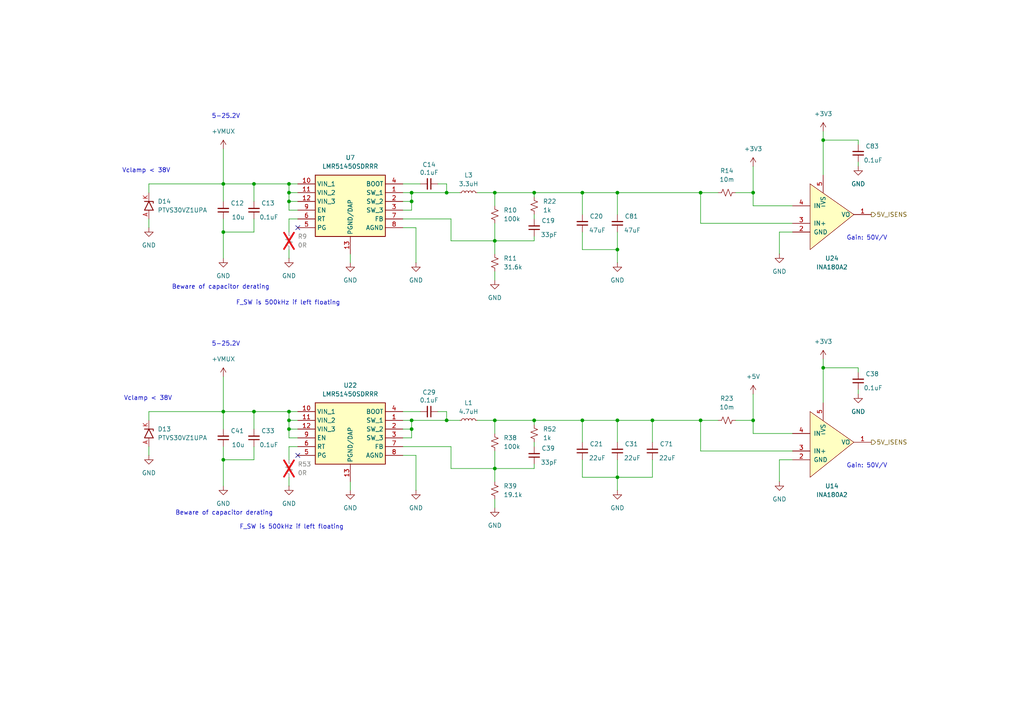
<source format=kicad_sch>
(kicad_sch
	(version 20250114)
	(generator "eeschema")
	(generator_version "9.0")
	(uuid "db13ad23-b6c2-42f9-a32d-b7c158bff20b")
	(paper "A4")
	(lib_symbols
		(symbol "Device:L_Small"
			(pin_numbers
				(hide yes)
			)
			(pin_names
				(offset 0.254)
				(hide yes)
			)
			(exclude_from_sim no)
			(in_bom yes)
			(on_board yes)
			(property "Reference" "L"
				(at 0.762 1.016 0)
				(effects
					(font
						(size 1.27 1.27)
					)
					(justify left)
				)
			)
			(property "Value" "L_Small"
				(at 0.762 -1.016 0)
				(effects
					(font
						(size 1.27 1.27)
					)
					(justify left)
				)
			)
			(property "Footprint" ""
				(at 0 0 0)
				(effects
					(font
						(size 1.27 1.27)
					)
					(hide yes)
				)
			)
			(property "Datasheet" "~"
				(at 0 0 0)
				(effects
					(font
						(size 1.27 1.27)
					)
					(hide yes)
				)
			)
			(property "Description" "Inductor, small symbol"
				(at 0 0 0)
				(effects
					(font
						(size 1.27 1.27)
					)
					(hide yes)
				)
			)
			(property "ki_keywords" "inductor choke coil reactor magnetic"
				(at 0 0 0)
				(effects
					(font
						(size 1.27 1.27)
					)
					(hide yes)
				)
			)
			(property "ki_fp_filters" "Choke_* *Coil* Inductor_* L_*"
				(at 0 0 0)
				(effects
					(font
						(size 1.27 1.27)
					)
					(hide yes)
				)
			)
			(symbol "L_Small_0_1"
				(arc
					(start 0 2.032)
					(mid 0.5058 1.524)
					(end 0 1.016)
					(stroke
						(width 0)
						(type default)
					)
					(fill
						(type none)
					)
				)
				(arc
					(start 0 1.016)
					(mid 0.5058 0.508)
					(end 0 0)
					(stroke
						(width 0)
						(type default)
					)
					(fill
						(type none)
					)
				)
				(arc
					(start 0 0)
					(mid 0.5058 -0.508)
					(end 0 -1.016)
					(stroke
						(width 0)
						(type default)
					)
					(fill
						(type none)
					)
				)
				(arc
					(start 0 -1.016)
					(mid 0.5058 -1.524)
					(end 0 -2.032)
					(stroke
						(width 0)
						(type default)
					)
					(fill
						(type none)
					)
				)
			)
			(symbol "L_Small_1_1"
				(pin passive line
					(at 0 2.54 270)
					(length 0.508)
					(name "~"
						(effects
							(font
								(size 1.27 1.27)
							)
						)
					)
					(number "1"
						(effects
							(font
								(size 1.27 1.27)
							)
						)
					)
				)
				(pin passive line
					(at 0 -2.54 90)
					(length 0.508)
					(name "~"
						(effects
							(font
								(size 1.27 1.27)
							)
						)
					)
					(number "2"
						(effects
							(font
								(size 1.27 1.27)
							)
						)
					)
				)
			)
			(embedded_fonts no)
		)
		(symbol "Device:R_Small_US"
			(pin_numbers
				(hide yes)
			)
			(pin_names
				(offset 0.254)
				(hide yes)
			)
			(exclude_from_sim no)
			(in_bom yes)
			(on_board yes)
			(property "Reference" "R"
				(at 0.762 0.508 0)
				(effects
					(font
						(size 1.27 1.27)
					)
					(justify left)
				)
			)
			(property "Value" "R_Small_US"
				(at 0.762 -1.016 0)
				(effects
					(font
						(size 1.27 1.27)
					)
					(justify left)
				)
			)
			(property "Footprint" ""
				(at 0 0 0)
				(effects
					(font
						(size 1.27 1.27)
					)
					(hide yes)
				)
			)
			(property "Datasheet" "~"
				(at 0 0 0)
				(effects
					(font
						(size 1.27 1.27)
					)
					(hide yes)
				)
			)
			(property "Description" "Resistor, small US symbol"
				(at 0 0 0)
				(effects
					(font
						(size 1.27 1.27)
					)
					(hide yes)
				)
			)
			(property "ki_keywords" "r resistor"
				(at 0 0 0)
				(effects
					(font
						(size 1.27 1.27)
					)
					(hide yes)
				)
			)
			(property "ki_fp_filters" "R_*"
				(at 0 0 0)
				(effects
					(font
						(size 1.27 1.27)
					)
					(hide yes)
				)
			)
			(symbol "R_Small_US_1_1"
				(polyline
					(pts
						(xy 0 1.524) (xy 1.016 1.143) (xy 0 0.762) (xy -1.016 0.381) (xy 0 0)
					)
					(stroke
						(width 0)
						(type default)
					)
					(fill
						(type none)
					)
				)
				(polyline
					(pts
						(xy 0 0) (xy 1.016 -0.381) (xy 0 -0.762) (xy -1.016 -1.143) (xy 0 -1.524)
					)
					(stroke
						(width 0)
						(type default)
					)
					(fill
						(type none)
					)
				)
				(pin passive line
					(at 0 2.54 270)
					(length 1.016)
					(name "~"
						(effects
							(font
								(size 1.27 1.27)
							)
						)
					)
					(number "1"
						(effects
							(font
								(size 1.27 1.27)
							)
						)
					)
				)
				(pin passive line
					(at 0 -2.54 90)
					(length 1.016)
					(name "~"
						(effects
							(font
								(size 1.27 1.27)
							)
						)
					)
					(number "2"
						(effects
							(font
								(size 1.27 1.27)
							)
						)
					)
				)
			)
			(embedded_fonts no)
		)
		(symbol "Device_Custom:C_Small"
			(pin_numbers
				(hide yes)
			)
			(pin_names
				(offset 0.254)
				(hide yes)
			)
			(exclude_from_sim no)
			(in_bom yes)
			(on_board yes)
			(property "Reference" "C"
				(at 0.254 1.778 0)
				(effects
					(font
						(size 1.27 1.27)
					)
					(justify left)
				)
			)
			(property "Value" "C_Small"
				(at 0.254 -2.032 0)
				(effects
					(font
						(size 1.27 1.27)
					)
					(justify left)
				)
			)
			(property "Footprint" ""
				(at 0 0 0)
				(effects
					(font
						(size 1.27 1.27)
					)
					(hide yes)
				)
			)
			(property "Datasheet" "~"
				(at 0 0 0)
				(effects
					(font
						(size 1.27 1.27)
					)
					(hide yes)
				)
			)
			(property "Description" "Unpolarized capacitor, small symbol"
				(at 0 0 0)
				(effects
					(font
						(size 1.27 1.27)
					)
					(hide yes)
				)
			)
			(property "LCSC Part #" ""
				(at 0 0 0)
				(effects
					(font
						(size 1.27 1.27)
					)
					(hide yes)
				)
			)
			(property "ki_keywords" "capacitor cap"
				(at 0 0 0)
				(effects
					(font
						(size 1.27 1.27)
					)
					(hide yes)
				)
			)
			(property "ki_fp_filters" "C_*"
				(at 0 0 0)
				(effects
					(font
						(size 1.27 1.27)
					)
					(hide yes)
				)
			)
			(symbol "C_Small_0_1"
				(polyline
					(pts
						(xy -1.524 0.508) (xy 1.524 0.508)
					)
					(stroke
						(width 0.3048)
						(type default)
					)
					(fill
						(type none)
					)
				)
				(polyline
					(pts
						(xy -1.524 -0.508) (xy 1.524 -0.508)
					)
					(stroke
						(width 0.3302)
						(type default)
					)
					(fill
						(type none)
					)
				)
			)
			(symbol "C_Small_1_1"
				(pin passive line
					(at 0 2.54 270)
					(length 2.032)
					(name "~"
						(effects
							(font
								(size 1.27 1.27)
							)
						)
					)
					(number "1"
						(effects
							(font
								(size 1.27 1.27)
							)
						)
					)
				)
				(pin passive line
					(at 0 -2.54 90)
					(length 2.032)
					(name "~"
						(effects
							(font
								(size 1.27 1.27)
							)
						)
					)
					(number "2"
						(effects
							(font
								(size 1.27 1.27)
							)
						)
					)
				)
			)
			(embedded_fonts no)
		)
		(symbol "canardboard:LMR51450SDRRR"
			(exclude_from_sim no)
			(in_bom yes)
			(on_board yes)
			(property "Reference" "U"
				(at 26.67 7.62 0)
				(effects
					(font
						(size 1.27 1.27)
					)
					(justify left top)
				)
			)
			(property "Value" "LMR51450SDRRR"
				(at 26.67 5.08 0)
				(effects
					(font
						(size 1.27 1.27)
					)
					(justify left top)
				)
			)
			(property "Footprint" "SON50P300X300X80-13N-D"
				(at 26.67 -94.92 0)
				(effects
					(font
						(size 1.27 1.27)
					)
					(justify left top)
					(hide yes)
				)
			)
			(property "Datasheet" "https://www.ti.com/lit/ds/symlink/lmr51450.pdf?ts=1681907573404&ref_url=https%253A%252F%252Fwww.ti.com%252Fproduct%252FLMR51450%252Fpart-details%252FLMR51450FNDRRR"
				(at 26.67 -194.92 0)
				(effects
					(font
						(size 1.27 1.27)
					)
					(justify left top)
					(hide yes)
				)
			)
			(property "Description" ""
				(at 0 0 0)
				(effects
					(font
						(size 1.27 1.27)
					)
					(hide yes)
				)
			)
			(property "Height" "0.8"
				(at 26.67 -394.92 0)
				(effects
					(font
						(size 1.27 1.27)
					)
					(justify left top)
					(hide yes)
				)
			)
			(property "Mouser Part Number" "595-LMR51450FNDRRR"
				(at 26.67 -494.92 0)
				(effects
					(font
						(size 1.27 1.27)
					)
					(justify left top)
					(hide yes)
				)
			)
			(property "Mouser Price/Stock" "https://www.mouser.co.uk/ProductDetail/Texas-Instruments/LMR51450FNDRRR?qs=rQFj71Wb1eVWWBj0Ni4OAA%3D%3D"
				(at 26.67 -594.92 0)
				(effects
					(font
						(size 1.27 1.27)
					)
					(justify left top)
					(hide yes)
				)
			)
			(property "Manufacturer_Name" "Texas Instruments"
				(at 26.67 -694.92 0)
				(effects
					(font
						(size 1.27 1.27)
					)
					(justify left top)
					(hide yes)
				)
			)
			(property "Manufacturer_Part_Number" "LMR51450FNDRRR"
				(at 26.67 -794.92 0)
				(effects
					(font
						(size 1.27 1.27)
					)
					(justify left top)
					(hide yes)
				)
			)
			(symbol "LMR51450SDRRR_1_1"
				(rectangle
					(start 5.08 2.54)
					(end 25.4 -15.24)
					(stroke
						(width 0.254)
						(type default)
					)
					(fill
						(type background)
					)
				)
				(pin passive line
					(at 0 0 0)
					(length 5.08)
					(name "VIN_1"
						(effects
							(font
								(size 1.27 1.27)
							)
						)
					)
					(number "10"
						(effects
							(font
								(size 1.27 1.27)
							)
						)
					)
				)
				(pin passive line
					(at 0 -2.54 0)
					(length 5.08)
					(name "VIN_2"
						(effects
							(font
								(size 1.27 1.27)
							)
						)
					)
					(number "11"
						(effects
							(font
								(size 1.27 1.27)
							)
						)
					)
				)
				(pin passive line
					(at 0 -5.08 0)
					(length 5.08)
					(name "VIN_3"
						(effects
							(font
								(size 1.27 1.27)
							)
						)
					)
					(number "12"
						(effects
							(font
								(size 1.27 1.27)
							)
						)
					)
				)
				(pin passive line
					(at 0 -7.62 0)
					(length 5.08)
					(name "EN"
						(effects
							(font
								(size 1.27 1.27)
							)
						)
					)
					(number "9"
						(effects
							(font
								(size 1.27 1.27)
							)
						)
					)
				)
				(pin passive line
					(at 0 -10.16 0)
					(length 5.08)
					(name "RT"
						(effects
							(font
								(size 1.27 1.27)
							)
						)
					)
					(number "6"
						(effects
							(font
								(size 1.27 1.27)
							)
						)
					)
				)
				(pin passive line
					(at 0 -12.7 0)
					(length 5.08)
					(name "PG"
						(effects
							(font
								(size 1.27 1.27)
							)
						)
					)
					(number "5"
						(effects
							(font
								(size 1.27 1.27)
							)
						)
					)
				)
				(pin passive line
					(at 15.24 -20.32 90)
					(length 5.08)
					(name "PGND/DAP"
						(effects
							(font
								(size 1.27 1.27)
							)
						)
					)
					(number "13"
						(effects
							(font
								(size 1.27 1.27)
							)
						)
					)
				)
				(pin passive line
					(at 30.48 0 180)
					(length 5.08)
					(name "BOOT"
						(effects
							(font
								(size 1.27 1.27)
							)
						)
					)
					(number "4"
						(effects
							(font
								(size 1.27 1.27)
							)
						)
					)
				)
				(pin passive line
					(at 30.48 -2.54 180)
					(length 5.08)
					(name "SW_1"
						(effects
							(font
								(size 1.27 1.27)
							)
						)
					)
					(number "1"
						(effects
							(font
								(size 1.27 1.27)
							)
						)
					)
				)
				(pin passive line
					(at 30.48 -5.08 180)
					(length 5.08)
					(name "SW_2"
						(effects
							(font
								(size 1.27 1.27)
							)
						)
					)
					(number "2"
						(effects
							(font
								(size 1.27 1.27)
							)
						)
					)
				)
				(pin passive line
					(at 30.48 -7.62 180)
					(length 5.08)
					(name "SW_3"
						(effects
							(font
								(size 1.27 1.27)
							)
						)
					)
					(number "3"
						(effects
							(font
								(size 1.27 1.27)
							)
						)
					)
				)
				(pin passive line
					(at 30.48 -10.16 180)
					(length 5.08)
					(name "FB"
						(effects
							(font
								(size 1.27 1.27)
							)
						)
					)
					(number "7"
						(effects
							(font
								(size 1.27 1.27)
							)
						)
					)
				)
				(pin passive line
					(at 30.48 -12.7 180)
					(length 5.08)
					(name "AGND"
						(effects
							(font
								(size 1.27 1.27)
							)
						)
					)
					(number "8"
						(effects
							(font
								(size 1.27 1.27)
							)
						)
					)
				)
			)
			(embedded_fonts no)
		)
		(symbol "canardboard:PTVS30VZ1UPA"
			(exclude_from_sim no)
			(in_bom yes)
			(on_board yes)
			(property "Reference" "D"
				(at 0 3.302 0)
				(effects
					(font
						(size 1.27 1.27)
					)
				)
			)
			(property "Value" "PTVS30VZ1UPA"
				(at 0 0 0)
				(effects
					(font
						(size 1.27 1.27)
					)
				)
			)
			(property "Footprint" "canardboard:PTVS30VZ1UPAZ"
				(at 0 0 0)
				(effects
					(font
						(size 1.27 1.27)
					)
					(hide yes)
				)
			)
			(property "Datasheet" "https://assets.nexperia.com/documents/data-sheet/PTVS30VZ1UPA.pdf"
				(at 0 0 0)
				(effects
					(font
						(size 1.27 1.27)
					)
					(hide yes)
				)
			)
			(property "Description" "TVS DIODE 30VWM 37VC 3HUSON"
				(at 0 0 0)
				(effects
					(font
						(size 1.27 1.27)
					)
					(hide yes)
				)
			)
			(symbol "PTVS30VZ1UPA_0_1"
				(polyline
					(pts
						(xy -0.762 1.27) (xy -1.27 1.27) (xy -1.27 -1.27)
					)
					(stroke
						(width 0.254)
						(type default)
					)
					(fill
						(type none)
					)
				)
				(polyline
					(pts
						(xy 1.27 1.27) (xy 1.27 -1.27) (xy -1.27 0) (xy 1.27 1.27)
					)
					(stroke
						(width 0.254)
						(type default)
					)
					(fill
						(type none)
					)
				)
			)
			(symbol "PTVS30VZ1UPA_1_1"
				(pin passive line
					(at -3.81 0 0)
					(length 2.54)
					(name ""
						(effects
							(font
								(size 1.27 1.27)
							)
						)
					)
					(number "K"
						(effects
							(font
								(size 1.27 1.27)
							)
						)
					)
				)
				(pin passive line
					(at 3.81 0 180)
					(length 2.54)
					(name ""
						(effects
							(font
								(size 1.27 1.27)
							)
						)
					)
					(number "A"
						(effects
							(font
								(size 1.27 1.27)
							)
						)
					)
				)
			)
			(embedded_fonts no)
		)
		(symbol "canhw:INA180"
			(pin_names
				(offset 1.016)
			)
			(exclude_from_sim no)
			(in_bom yes)
			(on_board yes)
			(property "Reference" "U"
				(at -5.08 13.97 0)
				(effects
					(font
						(size 1.27 1.27)
					)
				)
			)
			(property "Value" "INA180"
				(at -11.43 15.24 0)
				(effects
					(font
						(size 1.27 1.27)
					)
				)
			)
			(property "Footprint" ""
				(at 0 0 0)
				(effects
					(font
						(size 1.27 1.27)
					)
					(hide yes)
				)
			)
			(property "Datasheet" ""
				(at 0 0 0)
				(effects
					(font
						(size 1.27 1.27)
					)
					(hide yes)
				)
			)
			(property "Description" ""
				(at 0 0 0)
				(effects
					(font
						(size 1.27 1.27)
					)
					(hide yes)
				)
			)
			(symbol "INA180_0_1"
				(polyline
					(pts
						(xy -7.62 8.89) (xy -7.62 -10.16) (xy 5.08 0)
					)
					(stroke
						(width 0)
						(type solid)
					)
					(fill
						(type background)
					)
				)
				(polyline
					(pts
						(xy 5.08 0) (xy -7.62 8.89)
					)
					(stroke
						(width 0)
						(type solid)
					)
					(fill
						(type none)
					)
				)
			)
			(symbol "INA180_1_1"
				(pin input line
					(at -12.7 2.54 0)
					(length 5.08)
					(name "IN-"
						(effects
							(font
								(size 1.27 1.27)
							)
						)
					)
					(number "4"
						(effects
							(font
								(size 1.27 1.27)
							)
						)
					)
				)
				(pin input line
					(at -12.7 -2.54 0)
					(length 5.08)
					(name "IN+"
						(effects
							(font
								(size 1.27 1.27)
							)
						)
					)
					(number "3"
						(effects
							(font
								(size 1.27 1.27)
							)
						)
					)
				)
				(pin power_in line
					(at -12.7 -5.08 0)
					(length 5.08)
					(name "GND"
						(effects
							(font
								(size 1.27 1.27)
							)
						)
					)
					(number "2"
						(effects
							(font
								(size 1.27 1.27)
							)
						)
					)
				)
				(pin power_in line
					(at -3.81 11.43 270)
					(length 5.08)
					(name "VS"
						(effects
							(font
								(size 1.27 1.27)
							)
						)
					)
					(number "5"
						(effects
							(font
								(size 1.27 1.27)
							)
						)
					)
				)
				(pin output line
					(at 10.16 0 180)
					(length 5.08)
					(name "VO"
						(effects
							(font
								(size 1.27 1.27)
							)
						)
					)
					(number "1"
						(effects
							(font
								(size 1.27 1.27)
							)
						)
					)
				)
			)
			(embedded_fonts no)
		)
		(symbol "power:+3V3"
			(power)
			(pin_numbers
				(hide yes)
			)
			(pin_names
				(offset 0)
				(hide yes)
			)
			(exclude_from_sim no)
			(in_bom yes)
			(on_board yes)
			(property "Reference" "#PWR"
				(at 0 -3.81 0)
				(effects
					(font
						(size 1.27 1.27)
					)
					(hide yes)
				)
			)
			(property "Value" "+3V3"
				(at 0 3.556 0)
				(effects
					(font
						(size 1.27 1.27)
					)
				)
			)
			(property "Footprint" ""
				(at 0 0 0)
				(effects
					(font
						(size 1.27 1.27)
					)
					(hide yes)
				)
			)
			(property "Datasheet" ""
				(at 0 0 0)
				(effects
					(font
						(size 1.27 1.27)
					)
					(hide yes)
				)
			)
			(property "Description" "Power symbol creates a global label with name \"+3V3\""
				(at 0 0 0)
				(effects
					(font
						(size 1.27 1.27)
					)
					(hide yes)
				)
			)
			(property "ki_keywords" "global power"
				(at 0 0 0)
				(effects
					(font
						(size 1.27 1.27)
					)
					(hide yes)
				)
			)
			(symbol "+3V3_0_1"
				(polyline
					(pts
						(xy -0.762 1.27) (xy 0 2.54)
					)
					(stroke
						(width 0)
						(type default)
					)
					(fill
						(type none)
					)
				)
				(polyline
					(pts
						(xy 0 2.54) (xy 0.762 1.27)
					)
					(stroke
						(width 0)
						(type default)
					)
					(fill
						(type none)
					)
				)
				(polyline
					(pts
						(xy 0 0) (xy 0 2.54)
					)
					(stroke
						(width 0)
						(type default)
					)
					(fill
						(type none)
					)
				)
			)
			(symbol "+3V3_1_1"
				(pin power_in line
					(at 0 0 90)
					(length 0)
					(name "~"
						(effects
							(font
								(size 1.27 1.27)
							)
						)
					)
					(number "1"
						(effects
							(font
								(size 1.27 1.27)
							)
						)
					)
				)
			)
			(embedded_fonts no)
		)
		(symbol "power:+5V"
			(power)
			(pin_numbers
				(hide yes)
			)
			(pin_names
				(offset 0)
				(hide yes)
			)
			(exclude_from_sim no)
			(in_bom yes)
			(on_board yes)
			(property "Reference" "#PWR"
				(at 0 -3.81 0)
				(effects
					(font
						(size 1.27 1.27)
					)
					(hide yes)
				)
			)
			(property "Value" "+5V"
				(at 0 3.556 0)
				(effects
					(font
						(size 1.27 1.27)
					)
				)
			)
			(property "Footprint" ""
				(at 0 0 0)
				(effects
					(font
						(size 1.27 1.27)
					)
					(hide yes)
				)
			)
			(property "Datasheet" ""
				(at 0 0 0)
				(effects
					(font
						(size 1.27 1.27)
					)
					(hide yes)
				)
			)
			(property "Description" "Power symbol creates a global label with name \"+5V\""
				(at 0 0 0)
				(effects
					(font
						(size 1.27 1.27)
					)
					(hide yes)
				)
			)
			(property "ki_keywords" "global power"
				(at 0 0 0)
				(effects
					(font
						(size 1.27 1.27)
					)
					(hide yes)
				)
			)
			(symbol "+5V_0_1"
				(polyline
					(pts
						(xy -0.762 1.27) (xy 0 2.54)
					)
					(stroke
						(width 0)
						(type default)
					)
					(fill
						(type none)
					)
				)
				(polyline
					(pts
						(xy 0 2.54) (xy 0.762 1.27)
					)
					(stroke
						(width 0)
						(type default)
					)
					(fill
						(type none)
					)
				)
				(polyline
					(pts
						(xy 0 0) (xy 0 2.54)
					)
					(stroke
						(width 0)
						(type default)
					)
					(fill
						(type none)
					)
				)
			)
			(symbol "+5V_1_1"
				(pin power_in line
					(at 0 0 90)
					(length 0)
					(name "~"
						(effects
							(font
								(size 1.27 1.27)
							)
						)
					)
					(number "1"
						(effects
							(font
								(size 1.27 1.27)
							)
						)
					)
				)
			)
			(embedded_fonts no)
		)
		(symbol "power:GND"
			(power)
			(pin_numbers
				(hide yes)
			)
			(pin_names
				(offset 0)
				(hide yes)
			)
			(exclude_from_sim no)
			(in_bom yes)
			(on_board yes)
			(property "Reference" "#PWR"
				(at 0 -6.35 0)
				(effects
					(font
						(size 1.27 1.27)
					)
					(hide yes)
				)
			)
			(property "Value" "GND"
				(at 0 -3.81 0)
				(effects
					(font
						(size 1.27 1.27)
					)
				)
			)
			(property "Footprint" ""
				(at 0 0 0)
				(effects
					(font
						(size 1.27 1.27)
					)
					(hide yes)
				)
			)
			(property "Datasheet" ""
				(at 0 0 0)
				(effects
					(font
						(size 1.27 1.27)
					)
					(hide yes)
				)
			)
			(property "Description" "Power symbol creates a global label with name \"GND\" , ground"
				(at 0 0 0)
				(effects
					(font
						(size 1.27 1.27)
					)
					(hide yes)
				)
			)
			(property "ki_keywords" "global power"
				(at 0 0 0)
				(effects
					(font
						(size 1.27 1.27)
					)
					(hide yes)
				)
			)
			(symbol "GND_0_1"
				(polyline
					(pts
						(xy 0 0) (xy 0 -1.27) (xy 1.27 -1.27) (xy 0 -2.54) (xy -1.27 -1.27) (xy 0 -1.27)
					)
					(stroke
						(width 0)
						(type default)
					)
					(fill
						(type none)
					)
				)
			)
			(symbol "GND_1_1"
				(pin power_in line
					(at 0 0 270)
					(length 0)
					(name "~"
						(effects
							(font
								(size 1.27 1.27)
							)
						)
					)
					(number "1"
						(effects
							(font
								(size 1.27 1.27)
							)
						)
					)
				)
			)
			(embedded_fonts no)
		)
	)
	(text "5-25.2V"
		(exclude_from_sim no)
		(at 65.532 99.822 0)
		(effects
			(font
				(size 1.27 1.27)
			)
		)
		(uuid "0ef10ac9-b0c3-4267-b6b2-6ee59d9ae97a")
	)
	(text "F_SW is 500kHz if left floating"
		(exclude_from_sim no)
		(at 84.582 152.908 0)
		(effects
			(font
				(size 1.27 1.27)
			)
		)
		(uuid "5f8d3ba3-8a64-4b4b-992c-bbf88a483fb6")
	)
	(text "Beware of capacitor derating"
		(exclude_from_sim no)
		(at 64.008 83.312 0)
		(effects
			(font
				(size 1.27 1.27)
			)
		)
		(uuid "714fefbd-61d0-4ffd-82b3-6f20091f03da")
	)
	(text "Gain: 50V/V"
		(exclude_from_sim no)
		(at 251.46 135.128 0)
		(effects
			(font
				(size 1.27 1.27)
			)
		)
		(uuid "7dbb5384-40ac-4ff1-a3a2-4913c85f5b6c")
	)
	(text "Vclamp < 38V"
		(exclude_from_sim no)
		(at 42.418 49.53 0)
		(effects
			(font
				(size 1.27 1.27)
			)
		)
		(uuid "8e3cd066-6e89-41a3-89b1-935cafd05aa9")
	)
	(text "5-25.2V"
		(exclude_from_sim no)
		(at 65.532 33.782 0)
		(effects
			(font
				(size 1.27 1.27)
			)
		)
		(uuid "a93014bb-c88a-4507-aefd-749f686db799")
	)
	(text "F_SW is 500kHz if left floating"
		(exclude_from_sim no)
		(at 83.566 87.884 0)
		(effects
			(font
				(size 1.27 1.27)
			)
		)
		(uuid "c1aa05d9-b670-4472-a228-e237a54fd04f")
	)
	(text "Gain: 50V/V"
		(exclude_from_sim no)
		(at 251.46 69.088 0)
		(effects
			(font
				(size 1.27 1.27)
			)
		)
		(uuid "cf58b353-1840-4af4-b864-17719d9467a4")
	)
	(text "Vclamp < 38V"
		(exclude_from_sim no)
		(at 42.926 115.57 0)
		(effects
			(font
				(size 1.27 1.27)
			)
		)
		(uuid "e94f58ad-11bd-420a-b871-895aed351609")
	)
	(text "Beware of capacitor derating"
		(exclude_from_sim no)
		(at 65.024 148.844 0)
		(effects
			(font
				(size 1.27 1.27)
			)
		)
		(uuid "fe92d12e-5975-4084-9212-810f341d288b")
	)
	(junction
		(at 83.82 58.42)
		(diameter 0)
		(color 0 0 0 0)
		(uuid "0424d340-bd5b-4f50-bb2a-69a4eb401981")
	)
	(junction
		(at 189.23 121.92)
		(diameter 0)
		(color 0 0 0 0)
		(uuid "1e91d30c-f7e2-4fb9-943c-99f8ddeb65a2")
	)
	(junction
		(at 168.91 121.92)
		(diameter 0)
		(color 0 0 0 0)
		(uuid "25d33616-c466-4036-a9ad-ac7bdb683a3e")
	)
	(junction
		(at 218.44 121.92)
		(diameter 0)
		(color 0 0 0 0)
		(uuid "2bd06e8e-61fa-437a-9065-e09fae1465d8")
	)
	(junction
		(at 119.38 58.42)
		(diameter 0)
		(color 0 0 0 0)
		(uuid "33f8f1cc-f758-4128-bb03-0313d66b8009")
	)
	(junction
		(at 73.66 53.34)
		(diameter 0)
		(color 0 0 0 0)
		(uuid "35c54c93-038f-431e-b6a2-782a817bbe77")
	)
	(junction
		(at 179.07 121.92)
		(diameter 0)
		(color 0 0 0 0)
		(uuid "42626b62-b9d3-46b0-81c1-b45a4134bcbd")
	)
	(junction
		(at 119.38 121.92)
		(diameter 0)
		(color 0 0 0 0)
		(uuid "4a5310c4-6ead-4da4-8adf-f8d15d0af917")
	)
	(junction
		(at 238.76 106.68)
		(diameter 0)
		(color 0 0 0 0)
		(uuid "4c1ed68e-3f24-4096-b8e0-93e32da47df4")
	)
	(junction
		(at 179.07 72.39)
		(diameter 0)
		(color 0 0 0 0)
		(uuid "4ddbc135-3857-4e88-9357-94f3bea00b40")
	)
	(junction
		(at 203.2 121.92)
		(diameter 0)
		(color 0 0 0 0)
		(uuid "5077aaeb-77c6-4520-9fa7-87c36499e4a1")
	)
	(junction
		(at 179.07 138.43)
		(diameter 0)
		(color 0 0 0 0)
		(uuid "61ceae51-a47c-44a0-b526-8b2ca039609c")
	)
	(junction
		(at 119.38 124.46)
		(diameter 0)
		(color 0 0 0 0)
		(uuid "62eb32a4-78e2-4917-a147-6047504af16e")
	)
	(junction
		(at 203.2 55.88)
		(diameter 0)
		(color 0 0 0 0)
		(uuid "679584b3-b44b-45e9-a2f6-51672210c148")
	)
	(junction
		(at 238.76 40.64)
		(diameter 0)
		(color 0 0 0 0)
		(uuid "6e9616e1-5ef1-4550-a111-5b07b036b98e")
	)
	(junction
		(at 64.77 53.34)
		(diameter 0)
		(color 0 0 0 0)
		(uuid "7be44700-121b-4fc2-9a43-8acc8344fa05")
	)
	(junction
		(at 83.82 119.38)
		(diameter 0)
		(color 0 0 0 0)
		(uuid "7cbd10e8-5304-4aa1-b7a0-7576642ee494")
	)
	(junction
		(at 143.51 135.89)
		(diameter 0)
		(color 0 0 0 0)
		(uuid "89915237-31f9-4361-8b19-ebb1489e2ad9")
	)
	(junction
		(at 83.82 53.34)
		(diameter 0)
		(color 0 0 0 0)
		(uuid "8d0e27e2-2b8b-4fe6-ad74-4ccec179c61f")
	)
	(junction
		(at 64.77 119.38)
		(diameter 0)
		(color 0 0 0 0)
		(uuid "99599274-6a0e-4913-90e5-59bd903cf05c")
	)
	(junction
		(at 143.51 121.92)
		(diameter 0)
		(color 0 0 0 0)
		(uuid "a2bdcc18-a2ab-4670-bfcc-41366b471972")
	)
	(junction
		(at 129.54 121.92)
		(diameter 0)
		(color 0 0 0 0)
		(uuid "a4276dc8-7563-4652-a277-044113b1e89f")
	)
	(junction
		(at 64.77 67.31)
		(diameter 0)
		(color 0 0 0 0)
		(uuid "a81c0762-6978-4cb1-9b0a-19cbfb98f42f")
	)
	(junction
		(at 129.54 55.88)
		(diameter 0)
		(color 0 0 0 0)
		(uuid "ac41a7d7-dd3f-4426-8152-0302327a54c8")
	)
	(junction
		(at 83.82 55.88)
		(diameter 0)
		(color 0 0 0 0)
		(uuid "b3897a9d-3718-4e46-a8f5-df3991f87da7")
	)
	(junction
		(at 64.77 133.35)
		(diameter 0)
		(color 0 0 0 0)
		(uuid "b4e4acd5-092b-4d93-a2c1-6b35ad4bc4ef")
	)
	(junction
		(at 154.94 55.88)
		(diameter 0)
		(color 0 0 0 0)
		(uuid "c09dcf78-1b16-4008-b55d-9801f65ece3a")
	)
	(junction
		(at 218.44 55.88)
		(diameter 0)
		(color 0 0 0 0)
		(uuid "c2e9aa1c-0123-4237-849d-a109b23c4360")
	)
	(junction
		(at 168.91 55.88)
		(diameter 0)
		(color 0 0 0 0)
		(uuid "c3bbec6b-2110-45b0-8831-800dcef29d43")
	)
	(junction
		(at 83.82 121.92)
		(diameter 0)
		(color 0 0 0 0)
		(uuid "d17fe7b6-14c5-4df0-8376-8d2f1fc35add")
	)
	(junction
		(at 154.94 121.92)
		(diameter 0)
		(color 0 0 0 0)
		(uuid "d698a54e-201a-409d-93c5-3c117b863ef7")
	)
	(junction
		(at 179.07 55.88)
		(diameter 0)
		(color 0 0 0 0)
		(uuid "df79649c-bb02-4b39-9d1c-cd6f8598e838")
	)
	(junction
		(at 73.66 119.38)
		(diameter 0)
		(color 0 0 0 0)
		(uuid "e07ad952-c25c-42a3-8892-0f649468548e")
	)
	(junction
		(at 83.82 124.46)
		(diameter 0)
		(color 0 0 0 0)
		(uuid "ec8e856a-585c-4749-95eb-8f252ded65f8")
	)
	(junction
		(at 143.51 55.88)
		(diameter 0)
		(color 0 0 0 0)
		(uuid "f1199e9c-5be5-4592-9dfc-d15aabcbcf61")
	)
	(junction
		(at 119.38 55.88)
		(diameter 0)
		(color 0 0 0 0)
		(uuid "f2ea3251-97ce-4a05-816d-973cec932fb9")
	)
	(junction
		(at 143.51 69.85)
		(diameter 0)
		(color 0 0 0 0)
		(uuid "fe7a56e0-f63e-4fb2-8f2a-190c2ab01b1a")
	)
	(no_connect
		(at 86.36 66.04)
		(uuid "9d92beec-2f2e-4536-8cdc-6b04aed136a6")
	)
	(no_connect
		(at 86.36 132.08)
		(uuid "e8676f20-e2a3-4b48-a1f0-443b2f60559e")
	)
	(wire
		(pts
			(xy 143.51 130.81) (xy 143.51 135.89)
		)
		(stroke
			(width 0)
			(type default)
		)
		(uuid "03b4d724-49ae-4e52-a494-e1ace6c8dc0b")
	)
	(wire
		(pts
			(xy 83.82 133.35) (xy 83.82 129.54)
		)
		(stroke
			(width 0)
			(type default)
		)
		(uuid "04dca461-8770-4330-99a6-ecdd4680fdc4")
	)
	(wire
		(pts
			(xy 119.38 127) (xy 119.38 124.46)
		)
		(stroke
			(width 0)
			(type default)
		)
		(uuid "066aca75-fbea-463b-b1de-d5a1af1c2eb2")
	)
	(wire
		(pts
			(xy 64.77 43.18) (xy 64.77 53.34)
		)
		(stroke
			(width 0)
			(type default)
		)
		(uuid "072148df-e327-4257-9641-34f1c042863a")
	)
	(wire
		(pts
			(xy 143.51 121.92) (xy 143.51 125.73)
		)
		(stroke
			(width 0)
			(type default)
		)
		(uuid "07364b5e-09af-41db-b6f8-d11a3055e022")
	)
	(wire
		(pts
			(xy 143.51 69.85) (xy 143.51 73.66)
		)
		(stroke
			(width 0)
			(type default)
		)
		(uuid "09234265-1da8-424e-aae8-7eb6f02ca626")
	)
	(wire
		(pts
			(xy 218.44 121.92) (xy 218.44 125.73)
		)
		(stroke
			(width 0)
			(type default)
		)
		(uuid "0e9ab480-ea4f-40b1-b5da-70827cfa9136")
	)
	(wire
		(pts
			(xy 119.38 124.46) (xy 119.38 121.92)
		)
		(stroke
			(width 0)
			(type default)
		)
		(uuid "0ef35956-15eb-4725-98a4-f0105d9784fe")
	)
	(wire
		(pts
			(xy 43.18 55.88) (xy 43.18 53.34)
		)
		(stroke
			(width 0)
			(type default)
		)
		(uuid "0fd9c6f9-67a2-43c4-9583-8a7ff77bd727")
	)
	(wire
		(pts
			(xy 248.92 107.95) (xy 248.92 106.68)
		)
		(stroke
			(width 0)
			(type default)
		)
		(uuid "130167fb-177a-4699-ace9-d5b7be02501b")
	)
	(wire
		(pts
			(xy 64.77 63.5) (xy 64.77 67.31)
		)
		(stroke
			(width 0)
			(type default)
		)
		(uuid "16561526-680e-4042-99bd-7eaef59175f6")
	)
	(wire
		(pts
			(xy 154.94 134.62) (xy 154.94 135.89)
		)
		(stroke
			(width 0)
			(type default)
		)
		(uuid "19bef414-8e81-4b24-aa7f-f732dc35e823")
	)
	(wire
		(pts
			(xy 179.07 121.92) (xy 179.07 128.27)
		)
		(stroke
			(width 0)
			(type default)
		)
		(uuid "1aaa0fb1-af41-4ac1-936d-1ff085a396c1")
	)
	(wire
		(pts
			(xy 143.51 55.88) (xy 154.94 55.88)
		)
		(stroke
			(width 0)
			(type default)
		)
		(uuid "1d1edce3-6495-430d-9301-73fcd06d26b6")
	)
	(wire
		(pts
			(xy 248.92 41.91) (xy 248.92 40.64)
		)
		(stroke
			(width 0)
			(type default)
		)
		(uuid "1e0e14c1-3ba2-4f9f-b6a6-336692e21a9c")
	)
	(wire
		(pts
			(xy 119.38 121.92) (xy 129.54 121.92)
		)
		(stroke
			(width 0)
			(type default)
		)
		(uuid "1f8a8c25-8018-4bac-9819-2e4bd6a326b9")
	)
	(wire
		(pts
			(xy 179.07 72.39) (xy 179.07 67.31)
		)
		(stroke
			(width 0)
			(type default)
		)
		(uuid "21002212-1ade-48ef-a42f-c4e2e542006c")
	)
	(wire
		(pts
			(xy 143.51 121.92) (xy 154.94 121.92)
		)
		(stroke
			(width 0)
			(type default)
		)
		(uuid "24971fac-67ea-470e-80e9-9c2265f2d961")
	)
	(wire
		(pts
			(xy 43.18 129.54) (xy 43.18 132.08)
		)
		(stroke
			(width 0)
			(type default)
		)
		(uuid "2b3b2fbe-9596-4c11-bd06-776968492b05")
	)
	(wire
		(pts
			(xy 101.6 139.7) (xy 101.6 142.24)
		)
		(stroke
			(width 0)
			(type default)
		)
		(uuid "2d312dc5-46b2-4032-ac26-083ab1e42685")
	)
	(wire
		(pts
			(xy 127 53.34) (xy 129.54 53.34)
		)
		(stroke
			(width 0)
			(type default)
		)
		(uuid "2de41610-93b9-476b-8dca-7480841a77b4")
	)
	(wire
		(pts
			(xy 143.51 64.77) (xy 143.51 69.85)
		)
		(stroke
			(width 0)
			(type default)
		)
		(uuid "2e857c60-0e2c-4ff1-a6bb-031dfd9e66d5")
	)
	(wire
		(pts
			(xy 179.07 121.92) (xy 189.23 121.92)
		)
		(stroke
			(width 0)
			(type default)
		)
		(uuid "30fd3bc7-f7a1-4f6f-a4cb-f8709e391909")
	)
	(wire
		(pts
			(xy 86.36 127) (xy 83.82 127)
		)
		(stroke
			(width 0)
			(type default)
		)
		(uuid "3629da11-c065-415d-9dae-9c669b62205c")
	)
	(wire
		(pts
			(xy 218.44 55.88) (xy 218.44 59.69)
		)
		(stroke
			(width 0)
			(type default)
		)
		(uuid "36d31f9f-c893-4f6d-b82d-36d13021adf4")
	)
	(wire
		(pts
			(xy 143.51 55.88) (xy 143.51 59.69)
		)
		(stroke
			(width 0)
			(type default)
		)
		(uuid "3b57c509-8383-4e81-8c24-ee919e22b95d")
	)
	(wire
		(pts
			(xy 83.82 63.5) (xy 86.36 63.5)
		)
		(stroke
			(width 0)
			(type default)
		)
		(uuid "3bd615c2-b183-4e6f-a218-d2e94a4def84")
	)
	(wire
		(pts
			(xy 64.77 53.34) (xy 64.77 58.42)
		)
		(stroke
			(width 0)
			(type default)
		)
		(uuid "3c0c1b49-7c6a-433e-8046-be39ce23dd8c")
	)
	(wire
		(pts
			(xy 129.54 55.88) (xy 133.35 55.88)
		)
		(stroke
			(width 0)
			(type default)
		)
		(uuid "3c1f7f75-9d24-4ca5-8aeb-7349ff2c602d")
	)
	(wire
		(pts
			(xy 179.07 138.43) (xy 189.23 138.43)
		)
		(stroke
			(width 0)
			(type default)
		)
		(uuid "3cf4dd40-9163-4dbf-b591-4917808e0f4d")
	)
	(wire
		(pts
			(xy 154.94 121.92) (xy 154.94 123.19)
		)
		(stroke
			(width 0)
			(type default)
		)
		(uuid "3d6edbe4-d4a1-404b-920e-b01eb04a0386")
	)
	(wire
		(pts
			(xy 129.54 121.92) (xy 133.35 121.92)
		)
		(stroke
			(width 0)
			(type default)
		)
		(uuid "3e8ce4b8-368f-4cdc-afff-2229324da1f9")
	)
	(wire
		(pts
			(xy 213.36 55.88) (xy 218.44 55.88)
		)
		(stroke
			(width 0)
			(type default)
		)
		(uuid "40baafa5-ac40-43a9-b747-01638b31c2ce")
	)
	(wire
		(pts
			(xy 83.82 55.88) (xy 83.82 53.34)
		)
		(stroke
			(width 0)
			(type default)
		)
		(uuid "40bda22a-aa92-4cfd-9227-a5273e8a8d18")
	)
	(wire
		(pts
			(xy 116.84 121.92) (xy 119.38 121.92)
		)
		(stroke
			(width 0)
			(type default)
		)
		(uuid "40ffdce5-c116-4257-a9e0-a1647bd6a69c")
	)
	(wire
		(pts
			(xy 64.77 67.31) (xy 64.77 74.93)
		)
		(stroke
			(width 0)
			(type default)
		)
		(uuid "42ad7f57-71ce-43f9-8489-a71acb2d466a")
	)
	(wire
		(pts
			(xy 86.36 55.88) (xy 83.82 55.88)
		)
		(stroke
			(width 0)
			(type default)
		)
		(uuid "46760eeb-c184-4f52-a06f-218dfea4e6c5")
	)
	(wire
		(pts
			(xy 203.2 55.88) (xy 203.2 64.77)
		)
		(stroke
			(width 0)
			(type default)
		)
		(uuid "48b84c8e-0295-48d6-895b-141182a69bd7")
	)
	(wire
		(pts
			(xy 116.84 127) (xy 119.38 127)
		)
		(stroke
			(width 0)
			(type default)
		)
		(uuid "4a2d8acc-00c3-4670-b069-57f6d1d74ea3")
	)
	(wire
		(pts
			(xy 168.91 138.43) (xy 179.07 138.43)
		)
		(stroke
			(width 0)
			(type default)
		)
		(uuid "4bf7ce16-7d69-4942-9ccc-64d0a441423e")
	)
	(wire
		(pts
			(xy 73.66 119.38) (xy 83.82 119.38)
		)
		(stroke
			(width 0)
			(type default)
		)
		(uuid "4d3f0cbb-56dd-4f2b-9068-b2bd35bdcaa9")
	)
	(wire
		(pts
			(xy 229.87 130.81) (xy 203.2 130.81)
		)
		(stroke
			(width 0)
			(type default)
		)
		(uuid "4f6b86cf-5c9e-463f-b0a8-bce5b45948b1")
	)
	(wire
		(pts
			(xy 248.92 46.99) (xy 248.92 48.26)
		)
		(stroke
			(width 0)
			(type default)
		)
		(uuid "514210d3-ab3e-4a24-9d41-5b1e908ed4ee")
	)
	(wire
		(pts
			(xy 116.84 119.38) (xy 121.92 119.38)
		)
		(stroke
			(width 0)
			(type default)
		)
		(uuid "5216ed25-2f89-4f4f-a461-cee9ea6fd4bf")
	)
	(wire
		(pts
			(xy 179.07 138.43) (xy 179.07 133.35)
		)
		(stroke
			(width 0)
			(type default)
		)
		(uuid "530cb083-ed2e-4b1c-bc6b-6a725bbcdecb")
	)
	(wire
		(pts
			(xy 168.91 67.31) (xy 168.91 72.39)
		)
		(stroke
			(width 0)
			(type default)
		)
		(uuid "569038a1-ac4b-48bb-8cdf-043e3377486a")
	)
	(wire
		(pts
			(xy 83.82 119.38) (xy 86.36 119.38)
		)
		(stroke
			(width 0)
			(type default)
		)
		(uuid "5e3e52f4-0a76-416e-8448-b8852ac45607")
	)
	(wire
		(pts
			(xy 189.23 121.92) (xy 189.23 128.27)
		)
		(stroke
			(width 0)
			(type default)
		)
		(uuid "5f3ccf2d-7271-46f5-b31e-1493b1687dc4")
	)
	(wire
		(pts
			(xy 116.84 58.42) (xy 119.38 58.42)
		)
		(stroke
			(width 0)
			(type default)
		)
		(uuid "65ea3983-7a23-4556-9905-e5cbb10cdf66")
	)
	(wire
		(pts
			(xy 130.81 135.89) (xy 130.81 129.54)
		)
		(stroke
			(width 0)
			(type default)
		)
		(uuid "67f1eb4e-494a-4bb8-b3de-96725a580c1d")
	)
	(wire
		(pts
			(xy 143.51 78.74) (xy 143.51 81.28)
		)
		(stroke
			(width 0)
			(type default)
		)
		(uuid "683c6ee0-b3b7-404b-a100-0132673e0194")
	)
	(wire
		(pts
			(xy 116.84 132.08) (xy 120.65 132.08)
		)
		(stroke
			(width 0)
			(type default)
		)
		(uuid "6b3e1936-5ecd-4991-a867-907ea133b6ec")
	)
	(wire
		(pts
			(xy 154.94 68.58) (xy 154.94 69.85)
		)
		(stroke
			(width 0)
			(type default)
		)
		(uuid "6e62487d-a25c-4ec7-83a0-41724d10e7db")
	)
	(wire
		(pts
			(xy 43.18 121.92) (xy 43.18 119.38)
		)
		(stroke
			(width 0)
			(type default)
		)
		(uuid "6f35ea46-e47f-410e-a0ff-31e4a81db81e")
	)
	(wire
		(pts
			(xy 119.38 55.88) (xy 129.54 55.88)
		)
		(stroke
			(width 0)
			(type default)
		)
		(uuid "71a62790-a40d-4e53-8187-9a5a5961f470")
	)
	(wire
		(pts
			(xy 116.84 124.46) (xy 119.38 124.46)
		)
		(stroke
			(width 0)
			(type default)
		)
		(uuid "71d547f0-194b-4ff2-bbed-02a74772f05a")
	)
	(wire
		(pts
			(xy 154.94 128.27) (xy 154.94 129.54)
		)
		(stroke
			(width 0)
			(type default)
		)
		(uuid "725802c6-e02e-471b-b09b-d993ebdf8604")
	)
	(wire
		(pts
			(xy 248.92 106.68) (xy 238.76 106.68)
		)
		(stroke
			(width 0)
			(type default)
		)
		(uuid "7373af07-26b0-44a4-b6f2-f8bb121859f4")
	)
	(wire
		(pts
			(xy 73.66 129.54) (xy 73.66 133.35)
		)
		(stroke
			(width 0)
			(type default)
		)
		(uuid "74b8d98a-1e6a-47fd-9def-e9cedd55a033")
	)
	(wire
		(pts
			(xy 154.94 55.88) (xy 154.94 57.15)
		)
		(stroke
			(width 0)
			(type default)
		)
		(uuid "758521fd-8284-400e-ad69-8f49c2b6d3e8")
	)
	(wire
		(pts
			(xy 83.82 67.31) (xy 83.82 63.5)
		)
		(stroke
			(width 0)
			(type default)
		)
		(uuid "770250b7-4785-440a-a270-7dc1c60a01a4")
	)
	(wire
		(pts
			(xy 218.44 125.73) (xy 229.87 125.73)
		)
		(stroke
			(width 0)
			(type default)
		)
		(uuid "77c617ce-0a32-4986-b4e7-cf441fa44888")
	)
	(wire
		(pts
			(xy 73.66 119.38) (xy 73.66 124.46)
		)
		(stroke
			(width 0)
			(type default)
		)
		(uuid "786e5823-d305-407c-9983-0625c836f040")
	)
	(wire
		(pts
			(xy 64.77 129.54) (xy 64.77 133.35)
		)
		(stroke
			(width 0)
			(type default)
		)
		(uuid "78b95529-b1ba-4928-9c51-00389968b360")
	)
	(wire
		(pts
			(xy 189.23 133.35) (xy 189.23 138.43)
		)
		(stroke
			(width 0)
			(type default)
		)
		(uuid "868bd681-d3a4-44e1-b072-b6f33efd2dad")
	)
	(wire
		(pts
			(xy 86.36 121.92) (xy 83.82 121.92)
		)
		(stroke
			(width 0)
			(type default)
		)
		(uuid "885dc4d6-0fc0-4bb9-b1d9-f0b74370fafb")
	)
	(wire
		(pts
			(xy 218.44 48.26) (xy 218.44 55.88)
		)
		(stroke
			(width 0)
			(type default)
		)
		(uuid "89ca0239-b586-4705-a3c8-37fe23c3b9cd")
	)
	(wire
		(pts
			(xy 238.76 38.1) (xy 238.76 40.64)
		)
		(stroke
			(width 0)
			(type default)
		)
		(uuid "8a1ef8dc-60de-460f-aa5a-855c53be306e")
	)
	(wire
		(pts
			(xy 218.44 114.3) (xy 218.44 121.92)
		)
		(stroke
			(width 0)
			(type default)
		)
		(uuid "8b9f5596-c376-48de-8113-013202c99df4")
	)
	(wire
		(pts
			(xy 64.77 53.34) (xy 73.66 53.34)
		)
		(stroke
			(width 0)
			(type default)
		)
		(uuid "8d0ce800-7501-41c0-81e5-317f20d27cbb")
	)
	(wire
		(pts
			(xy 73.66 67.31) (xy 64.77 67.31)
		)
		(stroke
			(width 0)
			(type default)
		)
		(uuid "8d344688-aef2-4656-b1cb-1b3ce3c0561f")
	)
	(wire
		(pts
			(xy 120.65 66.04) (xy 120.65 76.2)
		)
		(stroke
			(width 0)
			(type default)
		)
		(uuid "8df3ed04-089d-49cd-8d7b-d228ed52b8c3")
	)
	(wire
		(pts
			(xy 127 119.38) (xy 129.54 119.38)
		)
		(stroke
			(width 0)
			(type default)
		)
		(uuid "8fa296a7-d4c0-4b22-b4e2-f06ae3a9038d")
	)
	(wire
		(pts
			(xy 83.82 124.46) (xy 83.82 121.92)
		)
		(stroke
			(width 0)
			(type default)
		)
		(uuid "934ca86a-dffb-48b1-9f10-71a962054c86")
	)
	(wire
		(pts
			(xy 238.76 106.68) (xy 238.76 116.84)
		)
		(stroke
			(width 0)
			(type default)
		)
		(uuid "9368ab78-1f67-494d-9b05-dda0b7045735")
	)
	(wire
		(pts
			(xy 168.91 121.92) (xy 179.07 121.92)
		)
		(stroke
			(width 0)
			(type default)
		)
		(uuid "937ade77-3195-4825-9178-982db6f459b6")
	)
	(wire
		(pts
			(xy 43.18 53.34) (xy 64.77 53.34)
		)
		(stroke
			(width 0)
			(type default)
		)
		(uuid "946fa862-b470-4d88-9e8e-4588e006fa12")
	)
	(wire
		(pts
			(xy 43.18 119.38) (xy 64.77 119.38)
		)
		(stroke
			(width 0)
			(type default)
		)
		(uuid "95ad9cde-283d-404f-91d4-99aad9458c51")
	)
	(wire
		(pts
			(xy 168.91 72.39) (xy 179.07 72.39)
		)
		(stroke
			(width 0)
			(type default)
		)
		(uuid "961179e4-46db-45fc-bd33-7d3209ce6d36")
	)
	(wire
		(pts
			(xy 83.82 60.96) (xy 83.82 58.42)
		)
		(stroke
			(width 0)
			(type default)
		)
		(uuid "97ac2c35-6fed-4577-840c-d9d1ebe6af40")
	)
	(wire
		(pts
			(xy 129.54 53.34) (xy 129.54 55.88)
		)
		(stroke
			(width 0)
			(type default)
		)
		(uuid "97c065b1-08a1-4ade-8dee-e450d3141fd0")
	)
	(wire
		(pts
			(xy 43.18 63.5) (xy 43.18 66.04)
		)
		(stroke
			(width 0)
			(type default)
		)
		(uuid "9944f3f1-dae2-44ab-8c3d-180e15d67985")
	)
	(wire
		(pts
			(xy 119.38 60.96) (xy 119.38 58.42)
		)
		(stroke
			(width 0)
			(type default)
		)
		(uuid "9adcd3f4-5bb6-41dc-8d8f-6f495925825a")
	)
	(wire
		(pts
			(xy 238.76 104.14) (xy 238.76 106.68)
		)
		(stroke
			(width 0)
			(type default)
		)
		(uuid "9bd5a0fd-a56c-47a1-9d70-30cd9114bf2e")
	)
	(wire
		(pts
			(xy 64.77 109.22) (xy 64.77 119.38)
		)
		(stroke
			(width 0)
			(type default)
		)
		(uuid "9be80910-2073-4612-bd35-ffaf4d46bb8f")
	)
	(wire
		(pts
			(xy 168.91 133.35) (xy 168.91 138.43)
		)
		(stroke
			(width 0)
			(type default)
		)
		(uuid "a0e41b67-d9df-4088-bee5-2853e8ea1929")
	)
	(wire
		(pts
			(xy 168.91 55.88) (xy 179.07 55.88)
		)
		(stroke
			(width 0)
			(type default)
		)
		(uuid "a4832d8c-ca48-41d6-af71-68eacf83a049")
	)
	(wire
		(pts
			(xy 179.07 55.88) (xy 203.2 55.88)
		)
		(stroke
			(width 0)
			(type default)
		)
		(uuid "a56c0919-2d9e-4706-9f31-abcdeb934ef4")
	)
	(wire
		(pts
			(xy 73.66 53.34) (xy 73.66 58.42)
		)
		(stroke
			(width 0)
			(type default)
		)
		(uuid "a59ba8c6-9063-4083-a5a9-7fbf55a1c4df")
	)
	(wire
		(pts
			(xy 116.84 66.04) (xy 120.65 66.04)
		)
		(stroke
			(width 0)
			(type default)
		)
		(uuid "a5cd070e-29f5-48e3-abf3-9426395f796b")
	)
	(wire
		(pts
			(xy 179.07 55.88) (xy 179.07 62.23)
		)
		(stroke
			(width 0)
			(type default)
		)
		(uuid "a8f3c4c6-154b-4f8e-994b-1bfd2e0c2c83")
	)
	(wire
		(pts
			(xy 143.51 69.85) (xy 130.81 69.85)
		)
		(stroke
			(width 0)
			(type default)
		)
		(uuid "a9a0f32a-1507-4afa-80c1-565c01c5a941")
	)
	(wire
		(pts
			(xy 129.54 119.38) (xy 129.54 121.92)
		)
		(stroke
			(width 0)
			(type default)
		)
		(uuid "a9aa854b-b18e-4d4b-b458-5b918cca0391")
	)
	(wire
		(pts
			(xy 64.77 133.35) (xy 64.77 140.97)
		)
		(stroke
			(width 0)
			(type default)
		)
		(uuid "ae092073-9b5e-4b0e-ac75-4893d7526afc")
	)
	(wire
		(pts
			(xy 83.82 129.54) (xy 86.36 129.54)
		)
		(stroke
			(width 0)
			(type default)
		)
		(uuid "af5edec7-94e2-4845-ad27-e2cfc923dfed")
	)
	(wire
		(pts
			(xy 229.87 64.77) (xy 203.2 64.77)
		)
		(stroke
			(width 0)
			(type default)
		)
		(uuid "afbb2fe6-2ac5-494e-bd78-bb83bd48b956")
	)
	(wire
		(pts
			(xy 86.36 60.96) (xy 83.82 60.96)
		)
		(stroke
			(width 0)
			(type default)
		)
		(uuid "b2528859-4df0-400b-af56-f6c96509fdf5")
	)
	(wire
		(pts
			(xy 120.65 132.08) (xy 120.65 142.24)
		)
		(stroke
			(width 0)
			(type default)
		)
		(uuid "b2cf525a-0e84-4b10-8737-d879de0d7106")
	)
	(wire
		(pts
			(xy 203.2 121.92) (xy 203.2 130.81)
		)
		(stroke
			(width 0)
			(type default)
		)
		(uuid "b80b5803-b64e-4ab9-a5e2-da9e5af56128")
	)
	(wire
		(pts
			(xy 203.2 55.88) (xy 208.28 55.88)
		)
		(stroke
			(width 0)
			(type default)
		)
		(uuid "b85eecaf-3385-42f0-b950-50fbfdb0551e")
	)
	(wire
		(pts
			(xy 229.87 67.31) (xy 226.06 67.31)
		)
		(stroke
			(width 0)
			(type default)
		)
		(uuid "bb649039-397b-4b1a-9d86-a503914e04c9")
	)
	(wire
		(pts
			(xy 83.82 127) (xy 83.82 124.46)
		)
		(stroke
			(width 0)
			(type default)
		)
		(uuid "bb8f4302-f9fb-4491-b463-c43986ee0c54")
	)
	(wire
		(pts
			(xy 86.36 124.46) (xy 83.82 124.46)
		)
		(stroke
			(width 0)
			(type default)
		)
		(uuid "be0f81db-ecca-471a-846e-c29ce3c4ba06")
	)
	(wire
		(pts
			(xy 116.84 60.96) (xy 119.38 60.96)
		)
		(stroke
			(width 0)
			(type default)
		)
		(uuid "bfd8553c-dde5-47b0-b045-e345b9850737")
	)
	(wire
		(pts
			(xy 213.36 121.92) (xy 218.44 121.92)
		)
		(stroke
			(width 0)
			(type default)
		)
		(uuid "c0496f88-0cfb-4bfd-ad07-568af5c2756a")
	)
	(wire
		(pts
			(xy 189.23 121.92) (xy 203.2 121.92)
		)
		(stroke
			(width 0)
			(type default)
		)
		(uuid "c0c689b9-d39f-436f-8eeb-d6c3fd9e52f5")
	)
	(wire
		(pts
			(xy 229.87 133.35) (xy 226.06 133.35)
		)
		(stroke
			(width 0)
			(type default)
		)
		(uuid "c62a0636-43b2-4631-8cd4-102f012c5579")
	)
	(wire
		(pts
			(xy 226.06 133.35) (xy 226.06 139.7)
		)
		(stroke
			(width 0)
			(type default)
		)
		(uuid "c8f18d57-4faf-4277-91c4-b647aa893651")
	)
	(wire
		(pts
			(xy 154.94 69.85) (xy 143.51 69.85)
		)
		(stroke
			(width 0)
			(type default)
		)
		(uuid "ca627974-2c97-4d27-b842-316b1de05051")
	)
	(wire
		(pts
			(xy 248.92 113.03) (xy 248.92 114.3)
		)
		(stroke
			(width 0)
			(type default)
		)
		(uuid "cb69e680-941f-400f-83dd-272160d9672b")
	)
	(wire
		(pts
			(xy 64.77 119.38) (xy 73.66 119.38)
		)
		(stroke
			(width 0)
			(type default)
		)
		(uuid "cdfbdff9-a80c-4a49-bc1b-9850d865075b")
	)
	(wire
		(pts
			(xy 83.82 72.39) (xy 83.82 74.93)
		)
		(stroke
			(width 0)
			(type default)
		)
		(uuid "ce772364-85f0-45f9-8287-7a81e2073f6b")
	)
	(wire
		(pts
			(xy 130.81 63.5) (xy 116.84 63.5)
		)
		(stroke
			(width 0)
			(type default)
		)
		(uuid "cff461f2-0882-40f5-8b78-eab1a36ea021")
	)
	(wire
		(pts
			(xy 73.66 63.5) (xy 73.66 67.31)
		)
		(stroke
			(width 0)
			(type default)
		)
		(uuid "d0597560-7759-4fc0-a89b-df5f5076ef1c")
	)
	(wire
		(pts
			(xy 143.51 135.89) (xy 143.51 139.7)
		)
		(stroke
			(width 0)
			(type default)
		)
		(uuid "d20c798a-bdc9-4974-a384-be0f0f3349b1")
	)
	(wire
		(pts
			(xy 179.07 138.43) (xy 179.07 142.24)
		)
		(stroke
			(width 0)
			(type default)
		)
		(uuid "d22ea6ed-6527-4a9d-8fe5-a2856d706796")
	)
	(wire
		(pts
			(xy 116.84 53.34) (xy 121.92 53.34)
		)
		(stroke
			(width 0)
			(type default)
		)
		(uuid "d34b20a4-32f9-401e-9152-00639ef22f5f")
	)
	(wire
		(pts
			(xy 73.66 53.34) (xy 83.82 53.34)
		)
		(stroke
			(width 0)
			(type default)
		)
		(uuid "d3e26fca-ca71-4cd4-8a0b-850fc864f689")
	)
	(wire
		(pts
			(xy 168.91 55.88) (xy 168.91 62.23)
		)
		(stroke
			(width 0)
			(type default)
		)
		(uuid "d506b20a-a151-4413-85c9-e91fc8895718")
	)
	(wire
		(pts
			(xy 138.43 55.88) (xy 143.51 55.88)
		)
		(stroke
			(width 0)
			(type default)
		)
		(uuid "d5a1b706-39b9-4cff-83b2-e2dacbe0e992")
	)
	(wire
		(pts
			(xy 154.94 121.92) (xy 168.91 121.92)
		)
		(stroke
			(width 0)
			(type default)
		)
		(uuid "d83581e2-748a-4827-a012-4bcf6a07f0d1")
	)
	(wire
		(pts
			(xy 119.38 58.42) (xy 119.38 55.88)
		)
		(stroke
			(width 0)
			(type default)
		)
		(uuid "d9cde386-cd3d-4dfa-809d-ca1fb291cded")
	)
	(wire
		(pts
			(xy 83.82 53.34) (xy 86.36 53.34)
		)
		(stroke
			(width 0)
			(type default)
		)
		(uuid "da8a8ae3-5079-40cc-bf13-51405a6d286d")
	)
	(wire
		(pts
			(xy 64.77 119.38) (xy 64.77 124.46)
		)
		(stroke
			(width 0)
			(type default)
		)
		(uuid "da9b23ba-e840-4acd-ba76-bb25e6365594")
	)
	(wire
		(pts
			(xy 130.81 129.54) (xy 116.84 129.54)
		)
		(stroke
			(width 0)
			(type default)
		)
		(uuid "dca9653c-3ff0-46fe-9aba-3b28cfbfc0ec")
	)
	(wire
		(pts
			(xy 83.82 121.92) (xy 83.82 119.38)
		)
		(stroke
			(width 0)
			(type default)
		)
		(uuid "dd0e7cc6-d6ec-4fdc-9afe-95a183a824f2")
	)
	(wire
		(pts
			(xy 179.07 72.39) (xy 179.07 76.2)
		)
		(stroke
			(width 0)
			(type default)
		)
		(uuid "de7dedf5-ccb5-4686-860c-bbf623bbc745")
	)
	(wire
		(pts
			(xy 130.81 69.85) (xy 130.81 63.5)
		)
		(stroke
			(width 0)
			(type default)
		)
		(uuid "e1e48c7f-1cd4-42c0-aff9-cb7f11722bb6")
	)
	(wire
		(pts
			(xy 154.94 62.23) (xy 154.94 63.5)
		)
		(stroke
			(width 0)
			(type default)
		)
		(uuid "e39d5279-021c-4ee5-b81b-4c2f2d0dddfa")
	)
	(wire
		(pts
			(xy 154.94 55.88) (xy 168.91 55.88)
		)
		(stroke
			(width 0)
			(type default)
		)
		(uuid "e823d951-ac37-4869-8142-8483dba6a20d")
	)
	(wire
		(pts
			(xy 101.6 73.66) (xy 101.6 76.2)
		)
		(stroke
			(width 0)
			(type default)
		)
		(uuid "e94cce6c-af6b-411c-ba11-db5c3ae134f1")
	)
	(wire
		(pts
			(xy 238.76 40.64) (xy 238.76 50.8)
		)
		(stroke
			(width 0)
			(type default)
		)
		(uuid "ea7d4d1b-32e1-46f1-a7a8-86ca2108d4c8")
	)
	(wire
		(pts
			(xy 73.66 133.35) (xy 64.77 133.35)
		)
		(stroke
			(width 0)
			(type default)
		)
		(uuid "eb0e5f35-b5f6-4341-95c3-e6988df8383e")
	)
	(wire
		(pts
			(xy 168.91 121.92) (xy 168.91 128.27)
		)
		(stroke
			(width 0)
			(type default)
		)
		(uuid "ed477158-b9b0-4afc-a6f9-93297e0f123d")
	)
	(wire
		(pts
			(xy 226.06 67.31) (xy 226.06 73.66)
		)
		(stroke
			(width 0)
			(type default)
		)
		(uuid "ee06f42b-a50f-4e10-806f-61f964d4c8c4")
	)
	(wire
		(pts
			(xy 83.82 58.42) (xy 83.82 55.88)
		)
		(stroke
			(width 0)
			(type default)
		)
		(uuid "eef2a9b7-cd6f-47da-8c67-0ec3b9dd942d")
	)
	(wire
		(pts
			(xy 138.43 121.92) (xy 143.51 121.92)
		)
		(stroke
			(width 0)
			(type default)
		)
		(uuid "efc85e81-6a04-43eb-938e-a5f2d583363d")
	)
	(wire
		(pts
			(xy 203.2 121.92) (xy 208.28 121.92)
		)
		(stroke
			(width 0)
			(type default)
		)
		(uuid "f053b204-4450-431a-ad56-e61688680cb4")
	)
	(wire
		(pts
			(xy 218.44 59.69) (xy 229.87 59.69)
		)
		(stroke
			(width 0)
			(type default)
		)
		(uuid "f22bbec4-5c3a-4aa7-8602-c09d61f6fa5b")
	)
	(wire
		(pts
			(xy 248.92 40.64) (xy 238.76 40.64)
		)
		(stroke
			(width 0)
			(type default)
		)
		(uuid "f470fa75-66a9-4576-b80d-fc78f536158a")
	)
	(wire
		(pts
			(xy 143.51 144.78) (xy 143.51 147.32)
		)
		(stroke
			(width 0)
			(type default)
		)
		(uuid "f58aa89d-db0e-4b08-b9ed-baab605b1061")
	)
	(wire
		(pts
			(xy 143.51 135.89) (xy 130.81 135.89)
		)
		(stroke
			(width 0)
			(type default)
		)
		(uuid "f7ae6762-883d-4885-a056-96b35d8d0953")
	)
	(wire
		(pts
			(xy 86.36 58.42) (xy 83.82 58.42)
		)
		(stroke
			(width 0)
			(type default)
		)
		(uuid "fa6fc1ba-1b71-4817-ad9d-ab05194675e0")
	)
	(wire
		(pts
			(xy 116.84 55.88) (xy 119.38 55.88)
		)
		(stroke
			(width 0)
			(type default)
		)
		(uuid "fc66b6cf-e06b-400e-943a-01b0c662d737")
	)
	(wire
		(pts
			(xy 83.82 138.43) (xy 83.82 140.97)
		)
		(stroke
			(width 0)
			(type default)
		)
		(uuid "fcd76b47-fefd-4630-af47-531a72ffbcdf")
	)
	(wire
		(pts
			(xy 154.94 135.89) (xy 143.51 135.89)
		)
		(stroke
			(width 0)
			(type default)
		)
		(uuid "ff6990f9-ecf0-4a1c-a72e-00911e17453b")
	)
	(hierarchical_label "5V_ISENS"
		(shape output)
		(at 252.73 128.27 0)
		(effects
			(font
				(size 1.27 1.27)
			)
			(justify left)
		)
		(uuid "6311d23c-e1cd-4d11-9d5c-06b60a7d7fbe")
	)
	(hierarchical_label "5V_ISENS"
		(shape output)
		(at 252.73 62.23 0)
		(effects
			(font
				(size 1.27 1.27)
			)
			(justify left)
		)
		(uuid "a403dbcf-1087-4726-9f38-2b182dfae81b")
	)
	(symbol
		(lib_id "power:GND")
		(at 143.51 81.28 0)
		(unit 1)
		(exclude_from_sim no)
		(in_bom yes)
		(on_board yes)
		(dnp no)
		(fields_autoplaced yes)
		(uuid "010ccc67-15bd-41bc-8a4b-253e476b49cb")
		(property "Reference" "#PWR0177"
			(at 143.51 87.63 0)
			(effects
				(font
					(size 1.27 1.27)
				)
				(hide yes)
			)
		)
		(property "Value" "GND"
			(at 143.51 86.36 0)
			(effects
				(font
					(size 1.27 1.27)
				)
			)
		)
		(property "Footprint" ""
			(at 143.51 81.28 0)
			(effects
				(font
					(size 1.27 1.27)
				)
				(hide yes)
			)
		)
		(property "Datasheet" ""
			(at 143.51 81.28 0)
			(effects
				(font
					(size 1.27 1.27)
				)
				(hide yes)
			)
		)
		(property "Description" "Power symbol creates a global label with name \"GND\" , ground"
			(at 143.51 81.28 0)
			(effects
				(font
					(size 1.27 1.27)
				)
				(hide yes)
			)
		)
		(pin "1"
			(uuid "36184466-b593-4d91-bd99-b203a9fda0f7")
		)
		(instances
			(project "CanardBoard"
				(path "/605ab838-6b02-4cf5-a6b5-94a0cdb1b998/7810f7a5-bfcb-4c6c-aa47-82c93a795425"
					(reference "#PWR0177")
					(unit 1)
				)
			)
		)
	)
	(symbol
		(lib_id "power:GND")
		(at 226.06 73.66 0)
		(unit 1)
		(exclude_from_sim no)
		(in_bom yes)
		(on_board yes)
		(dnp no)
		(fields_autoplaced yes)
		(uuid "124a01df-708d-43d0-8e5b-33149a0c4cbd")
		(property "Reference" "#PWR0180"
			(at 226.06 80.01 0)
			(effects
				(font
					(size 1.27 1.27)
				)
				(hide yes)
			)
		)
		(property "Value" "GND"
			(at 226.06 78.74 0)
			(effects
				(font
					(size 1.27 1.27)
				)
			)
		)
		(property "Footprint" ""
			(at 226.06 73.66 0)
			(effects
				(font
					(size 1.27 1.27)
				)
				(hide yes)
			)
		)
		(property "Datasheet" ""
			(at 226.06 73.66 0)
			(effects
				(font
					(size 1.27 1.27)
				)
				(hide yes)
			)
		)
		(property "Description" "Power symbol creates a global label with name \"GND\" , ground"
			(at 226.06 73.66 0)
			(effects
				(font
					(size 1.27 1.27)
				)
				(hide yes)
			)
		)
		(pin "1"
			(uuid "09bc0b37-25af-4ab7-a069-99eb68aca6de")
		)
		(instances
			(project "CanardBoard"
				(path "/605ab838-6b02-4cf5-a6b5-94a0cdb1b998/7810f7a5-bfcb-4c6c-aa47-82c93a795425"
					(reference "#PWR0180")
					(unit 1)
				)
			)
		)
	)
	(symbol
		(lib_id "power:+3V3")
		(at 238.76 38.1 0)
		(unit 1)
		(exclude_from_sim no)
		(in_bom yes)
		(on_board yes)
		(dnp no)
		(fields_autoplaced yes)
		(uuid "1474888e-94fb-4a24-81f0-5274c22a3793")
		(property "Reference" "#PWR0181"
			(at 238.76 41.91 0)
			(effects
				(font
					(size 1.27 1.27)
				)
				(hide yes)
			)
		)
		(property "Value" "+3V3"
			(at 238.76 33.02 0)
			(effects
				(font
					(size 1.27 1.27)
				)
			)
		)
		(property "Footprint" ""
			(at 238.76 38.1 0)
			(effects
				(font
					(size 1.27 1.27)
				)
				(hide yes)
			)
		)
		(property "Datasheet" ""
			(at 238.76 38.1 0)
			(effects
				(font
					(size 1.27 1.27)
				)
				(hide yes)
			)
		)
		(property "Description" "Power symbol creates a global label with name \"+3V3\""
			(at 238.76 38.1 0)
			(effects
				(font
					(size 1.27 1.27)
				)
				(hide yes)
			)
		)
		(pin "1"
			(uuid "2d9a9523-d9ec-4c31-98a9-ab45d7491c96")
		)
		(instances
			(project "CanardBoard"
				(path "/605ab838-6b02-4cf5-a6b5-94a0cdb1b998/7810f7a5-bfcb-4c6c-aa47-82c93a795425"
					(reference "#PWR0181")
					(unit 1)
				)
			)
		)
	)
	(symbol
		(lib_id "power:GND")
		(at 179.07 142.24 0)
		(unit 1)
		(exclude_from_sim no)
		(in_bom yes)
		(on_board yes)
		(dnp no)
		(fields_autoplaced yes)
		(uuid "160a83f6-c540-49fc-9bc4-2c616e52e0f2")
		(property "Reference" "#PWR074"
			(at 179.07 148.59 0)
			(effects
				(font
					(size 1.27 1.27)
				)
				(hide yes)
			)
		)
		(property "Value" "GND"
			(at 179.07 147.32 0)
			(effects
				(font
					(size 1.27 1.27)
				)
			)
		)
		(property "Footprint" ""
			(at 179.07 142.24 0)
			(effects
				(font
					(size 1.27 1.27)
				)
				(hide yes)
			)
		)
		(property "Datasheet" ""
			(at 179.07 142.24 0)
			(effects
				(font
					(size 1.27 1.27)
				)
				(hide yes)
			)
		)
		(property "Description" "Power symbol creates a global label with name \"GND\" , ground"
			(at 179.07 142.24 0)
			(effects
				(font
					(size 1.27 1.27)
				)
				(hide yes)
			)
		)
		(pin "1"
			(uuid "c414c4f4-87e4-41a4-97b5-ff70630e5409")
		)
		(instances
			(project "CanardBoard"
				(path "/605ab838-6b02-4cf5-a6b5-94a0cdb1b998/7810f7a5-bfcb-4c6c-aa47-82c93a795425"
					(reference "#PWR074")
					(unit 1)
				)
			)
		)
	)
	(symbol
		(lib_id "power:GND")
		(at 64.77 74.93 0)
		(unit 1)
		(exclude_from_sim no)
		(in_bom yes)
		(on_board yes)
		(dnp no)
		(fields_autoplaced yes)
		(uuid "1cbee41a-be8a-435b-8eb2-10d8bf239d43")
		(property "Reference" "#PWR031"
			(at 64.77 81.28 0)
			(effects
				(font
					(size 1.27 1.27)
				)
				(hide yes)
			)
		)
		(property "Value" "GND"
			(at 64.77 80.01 0)
			(effects
				(font
					(size 1.27 1.27)
				)
			)
		)
		(property "Footprint" ""
			(at 64.77 74.93 0)
			(effects
				(font
					(size 1.27 1.27)
				)
				(hide yes)
			)
		)
		(property "Datasheet" ""
			(at 64.77 74.93 0)
			(effects
				(font
					(size 1.27 1.27)
				)
				(hide yes)
			)
		)
		(property "Description" "Power symbol creates a global label with name \"GND\" , ground"
			(at 64.77 74.93 0)
			(effects
				(font
					(size 1.27 1.27)
				)
				(hide yes)
			)
		)
		(pin "1"
			(uuid "952b2d64-24c6-428f-9515-0e334b9dfabb")
		)
		(instances
			(project "CanardBoard"
				(path "/605ab838-6b02-4cf5-a6b5-94a0cdb1b998/7810f7a5-bfcb-4c6c-aa47-82c93a795425"
					(reference "#PWR031")
					(unit 1)
				)
			)
		)
	)
	(symbol
		(lib_id "power:GND")
		(at 101.6 76.2 0)
		(unit 1)
		(exclude_from_sim no)
		(in_bom yes)
		(on_board yes)
		(dnp no)
		(fields_autoplaced yes)
		(uuid "1dedbb8f-69f3-4dfb-b6bd-f57bd32a4e12")
		(property "Reference" "#PWR0175"
			(at 101.6 82.55 0)
			(effects
				(font
					(size 1.27 1.27)
				)
				(hide yes)
			)
		)
		(property "Value" "GND"
			(at 101.6 81.28 0)
			(effects
				(font
					(size 1.27 1.27)
				)
			)
		)
		(property "Footprint" ""
			(at 101.6 76.2 0)
			(effects
				(font
					(size 1.27 1.27)
				)
				(hide yes)
			)
		)
		(property "Datasheet" ""
			(at 101.6 76.2 0)
			(effects
				(font
					(size 1.27 1.27)
				)
				(hide yes)
			)
		)
		(property "Description" "Power symbol creates a global label with name \"GND\" , ground"
			(at 101.6 76.2 0)
			(effects
				(font
					(size 1.27 1.27)
				)
				(hide yes)
			)
		)
		(pin "1"
			(uuid "9f94fad1-99a3-4e8f-8c9c-3db0357fcc62")
		)
		(instances
			(project "CanardBoard"
				(path "/605ab838-6b02-4cf5-a6b5-94a0cdb1b998/7810f7a5-bfcb-4c6c-aa47-82c93a795425"
					(reference "#PWR0175")
					(unit 1)
				)
			)
		)
	)
	(symbol
		(lib_id "Device_Custom:C_Small")
		(at 154.94 66.04 0)
		(mirror x)
		(unit 1)
		(exclude_from_sim no)
		(in_bom yes)
		(on_board yes)
		(dnp no)
		(uuid "21d7dcf4-945d-43e5-be7c-09a011a0be9f")
		(property "Reference" "C19"
			(at 159.004 64.008 0)
			(effects
				(font
					(size 1.27 1.27)
				)
			)
		)
		(property "Value" "33pF"
			(at 159.258 68.072 0)
			(effects
				(font
					(size 1.27 1.27)
				)
			)
		)
		(property "Footprint" "Capacitor_SMD:C_0402_1005Metric"
			(at 154.94 66.04 0)
			(effects
				(font
					(size 1.27 1.27)
				)
				(hide yes)
			)
		)
		(property "Datasheet" "~"
			(at 154.94 66.04 0)
			(effects
				(font
					(size 1.27 1.27)
				)
				(hide yes)
			)
		)
		(property "Description" "Unpolarized capacitor, small symbol"
			(at 154.94 66.04 0)
			(effects
				(font
					(size 1.27 1.27)
				)
				(hide yes)
			)
		)
		(property "LCSC Part #" "C49678"
			(at 154.94 66.04 0)
			(effects
				(font
					(size 1.27 1.27)
				)
				(hide yes)
			)
		)
		(pin "1"
			(uuid "cef1c369-2d7f-4da3-92b4-c054d58f1f7e")
		)
		(pin "2"
			(uuid "538de4ea-11a9-4793-bab3-f8c00ab6cb14")
		)
		(instances
			(project "CanardBoard"
				(path "/605ab838-6b02-4cf5-a6b5-94a0cdb1b998/7810f7a5-bfcb-4c6c-aa47-82c93a795425"
					(reference "C19")
					(unit 1)
				)
			)
		)
	)
	(symbol
		(lib_id "power:GND")
		(at 120.65 76.2 0)
		(unit 1)
		(exclude_from_sim no)
		(in_bom yes)
		(on_board yes)
		(dnp no)
		(fields_autoplaced yes)
		(uuid "226ea306-0a71-45aa-911a-1a0ab7baee0c")
		(property "Reference" "#PWR0176"
			(at 120.65 82.55 0)
			(effects
				(font
					(size 1.27 1.27)
				)
				(hide yes)
			)
		)
		(property "Value" "GND"
			(at 120.65 81.28 0)
			(effects
				(font
					(size 1.27 1.27)
				)
			)
		)
		(property "Footprint" ""
			(at 120.65 76.2 0)
			(effects
				(font
					(size 1.27 1.27)
				)
				(hide yes)
			)
		)
		(property "Datasheet" ""
			(at 120.65 76.2 0)
			(effects
				(font
					(size 1.27 1.27)
				)
				(hide yes)
			)
		)
		(property "Description" "Power symbol creates a global label with name \"GND\" , ground"
			(at 120.65 76.2 0)
			(effects
				(font
					(size 1.27 1.27)
				)
				(hide yes)
			)
		)
		(pin "1"
			(uuid "9d5ccd69-da2a-4948-aaab-a4f21f21d2a5")
		)
		(instances
			(project "CanardBoard"
				(path "/605ab838-6b02-4cf5-a6b5-94a0cdb1b998/7810f7a5-bfcb-4c6c-aa47-82c93a795425"
					(reference "#PWR0176")
					(unit 1)
				)
			)
		)
	)
	(symbol
		(lib_id "canardboard:PTVS30VZ1UPA")
		(at 43.18 59.69 270)
		(unit 1)
		(exclude_from_sim no)
		(in_bom yes)
		(on_board yes)
		(dnp no)
		(fields_autoplaced yes)
		(uuid "243d493c-b8d8-4076-b009-ce6c0c67b14d")
		(property "Reference" "D14"
			(at 45.72 58.4199 90)
			(effects
				(font
					(size 1.27 1.27)
				)
				(justify left)
			)
		)
		(property "Value" "PTVS30VZ1UPA"
			(at 45.72 60.9599 90)
			(effects
				(font
					(size 1.27 1.27)
				)
				(justify left)
			)
		)
		(property "Footprint" "canardboard:PTVS30VZ1UPAZ"
			(at 43.18 59.69 0)
			(effects
				(font
					(size 1.27 1.27)
				)
				(hide yes)
			)
		)
		(property "Datasheet" "https://assets.nexperia.com/documents/data-sheet/PTVS30VZ1UPA.pdf"
			(at 43.18 59.69 0)
			(effects
				(font
					(size 1.27 1.27)
				)
				(hide yes)
			)
		)
		(property "Description" "TVS DIODE 30VWM 37VC 3HUSON"
			(at 43.18 59.69 0)
			(effects
				(font
					(size 1.27 1.27)
				)
				(hide yes)
			)
		)
		(pin "K"
			(uuid "3e45e877-e7c6-40e8-83fb-6ec6280310dd")
		)
		(pin "A"
			(uuid "3f986cd9-2976-45bb-896c-f0f587958bc0")
		)
		(instances
			(project "CanardBoard"
				(path "/605ab838-6b02-4cf5-a6b5-94a0cdb1b998/7810f7a5-bfcb-4c6c-aa47-82c93a795425"
					(reference "D14")
					(unit 1)
				)
			)
		)
	)
	(symbol
		(lib_id "Device_Custom:C_Small")
		(at 248.92 110.49 0)
		(mirror x)
		(unit 1)
		(exclude_from_sim no)
		(in_bom yes)
		(on_board yes)
		(dnp no)
		(uuid "27636dda-9375-49ce-8eba-07f89482d37d")
		(property "Reference" "C38"
			(at 252.984 108.458 0)
			(effects
				(font
					(size 1.27 1.27)
				)
			)
		)
		(property "Value" "0.1uF"
			(at 253.238 112.522 0)
			(effects
				(font
					(size 1.27 1.27)
				)
			)
		)
		(property "Footprint" "Capacitor_SMD:C_0402_1005Metric"
			(at 248.92 110.49 0)
			(effects
				(font
					(size 1.27 1.27)
				)
				(hide yes)
			)
		)
		(property "Datasheet" "~"
			(at 248.92 110.49 0)
			(effects
				(font
					(size 1.27 1.27)
				)
				(hide yes)
			)
		)
		(property "Description" "Unpolarized capacitor, small symbol"
			(at 248.92 110.49 0)
			(effects
				(font
					(size 1.27 1.27)
				)
				(hide yes)
			)
		)
		(property "LCSC Part #" "C49678"
			(at 248.92 110.49 0)
			(effects
				(font
					(size 1.27 1.27)
				)
				(hide yes)
			)
		)
		(pin "1"
			(uuid "1c7140a8-384b-42e6-acc0-9d69e5d3a64d")
		)
		(pin "2"
			(uuid "288ee721-ce22-4c91-a80b-a740a9e4406b")
		)
		(instances
			(project "CanardBoard"
				(path "/605ab838-6b02-4cf5-a6b5-94a0cdb1b998/7810f7a5-bfcb-4c6c-aa47-82c93a795425"
					(reference "C38")
					(unit 1)
				)
			)
		)
	)
	(symbol
		(lib_id "Device:R_Small_US")
		(at 143.51 62.23 180)
		(unit 1)
		(exclude_from_sim no)
		(in_bom yes)
		(on_board yes)
		(dnp no)
		(fields_autoplaced yes)
		(uuid "34df68fa-216d-4ecd-ab69-9adf3c99a57f")
		(property "Reference" "R10"
			(at 146.05 60.9599 0)
			(effects
				(font
					(size 1.27 1.27)
				)
				(justify right)
			)
		)
		(property "Value" "100k"
			(at 146.05 63.4999 0)
			(effects
				(font
					(size 1.27 1.27)
				)
				(justify right)
			)
		)
		(property "Footprint" "Resistor_SMD:R_0402_1005Metric"
			(at 143.51 62.23 0)
			(effects
				(font
					(size 1.27 1.27)
				)
				(hide yes)
			)
		)
		(property "Datasheet" "~"
			(at 143.51 62.23 0)
			(effects
				(font
					(size 1.27 1.27)
				)
				(hide yes)
			)
		)
		(property "Description" "Resistor, small US symbol"
			(at 143.51 62.23 0)
			(effects
				(font
					(size 1.27 1.27)
				)
				(hide yes)
			)
		)
		(pin "2"
			(uuid "d842358d-c925-40be-966d-1c89299274cf")
		)
		(pin "1"
			(uuid "58738a92-6631-411d-a994-2e40a6884810")
		)
		(instances
			(project "CanardBoard"
				(path "/605ab838-6b02-4cf5-a6b5-94a0cdb1b998/7810f7a5-bfcb-4c6c-aa47-82c93a795425"
					(reference "R10")
					(unit 1)
				)
			)
		)
	)
	(symbol
		(lib_id "Device:R_Small_US")
		(at 83.82 69.85 180)
		(unit 1)
		(exclude_from_sim no)
		(in_bom yes)
		(on_board yes)
		(dnp yes)
		(fields_autoplaced yes)
		(uuid "4eb9c558-cb07-4617-a3d9-9d3900b4a665")
		(property "Reference" "R9"
			(at 86.36 68.5799 0)
			(effects
				(font
					(size 1.27 1.27)
				)
				(justify right)
			)
		)
		(property "Value" "0R"
			(at 86.36 71.1199 0)
			(effects
				(font
					(size 1.27 1.27)
				)
				(justify right)
			)
		)
		(property "Footprint" "Resistor_SMD:R_0402_1005Metric"
			(at 83.82 69.85 0)
			(effects
				(font
					(size 1.27 1.27)
				)
				(hide yes)
			)
		)
		(property "Datasheet" "~"
			(at 83.82 69.85 0)
			(effects
				(font
					(size 1.27 1.27)
				)
				(hide yes)
			)
		)
		(property "Description" "Resistor, small US symbol"
			(at 83.82 69.85 0)
			(effects
				(font
					(size 1.27 1.27)
				)
				(hide yes)
			)
		)
		(pin "2"
			(uuid "9eacfbb0-5dc5-4655-8f22-e8c8ad8c6cdb")
		)
		(pin "1"
			(uuid "f19886de-7119-40fd-bee2-06708c23828d")
		)
		(instances
			(project "CanardBoard"
				(path "/605ab838-6b02-4cf5-a6b5-94a0cdb1b998/7810f7a5-bfcb-4c6c-aa47-82c93a795425"
					(reference "R9")
					(unit 1)
				)
			)
		)
	)
	(symbol
		(lib_id "power:GND")
		(at 43.18 66.04 0)
		(unit 1)
		(exclude_from_sim no)
		(in_bom yes)
		(on_board yes)
		(dnp no)
		(fields_autoplaced yes)
		(uuid "513f7708-1c9b-4489-b3e8-df2e7d53d8ce")
		(property "Reference" "#PWR077"
			(at 43.18 72.39 0)
			(effects
				(font
					(size 1.27 1.27)
				)
				(hide yes)
			)
		)
		(property "Value" "GND"
			(at 43.18 71.12 0)
			(effects
				(font
					(size 1.27 1.27)
				)
			)
		)
		(property "Footprint" ""
			(at 43.18 66.04 0)
			(effects
				(font
					(size 1.27 1.27)
				)
				(hide yes)
			)
		)
		(property "Datasheet" ""
			(at 43.18 66.04 0)
			(effects
				(font
					(size 1.27 1.27)
				)
				(hide yes)
			)
		)
		(property "Description" "Power symbol creates a global label with name \"GND\" , ground"
			(at 43.18 66.04 0)
			(effects
				(font
					(size 1.27 1.27)
				)
				(hide yes)
			)
		)
		(pin "1"
			(uuid "cc2a2292-e735-4d3e-83df-dd040d9b1e0a")
		)
		(instances
			(project "CanardBoard"
				(path "/605ab838-6b02-4cf5-a6b5-94a0cdb1b998/7810f7a5-bfcb-4c6c-aa47-82c93a795425"
					(reference "#PWR077")
					(unit 1)
				)
			)
		)
	)
	(symbol
		(lib_id "Device_Custom:C_Small")
		(at 179.07 64.77 0)
		(mirror x)
		(unit 1)
		(exclude_from_sim no)
		(in_bom yes)
		(on_board yes)
		(dnp no)
		(uuid "55d1461c-486f-4140-ba1a-5b8d846e33cc")
		(property "Reference" "C81"
			(at 183.134 62.738 0)
			(effects
				(font
					(size 1.27 1.27)
				)
			)
		)
		(property "Value" "47uF"
			(at 183.388 66.802 0)
			(effects
				(font
					(size 1.27 1.27)
				)
			)
		)
		(property "Footprint" "Capacitor_SMD:C_0805_2012Metric"
			(at 179.07 64.77 0)
			(effects
				(font
					(size 1.27 1.27)
				)
				(hide yes)
			)
		)
		(property "Datasheet" "~"
			(at 179.07 64.77 0)
			(effects
				(font
					(size 1.27 1.27)
				)
				(hide yes)
			)
		)
		(property "Description" "Unpolarized capacitor, small symbol"
			(at 179.07 64.77 0)
			(effects
				(font
					(size 1.27 1.27)
				)
				(hide yes)
			)
		)
		(property "LCSC Part #" "C49678"
			(at 179.07 64.77 0)
			(effects
				(font
					(size 1.27 1.27)
				)
				(hide yes)
			)
		)
		(pin "1"
			(uuid "12a0045e-9209-464a-9aa8-b5ff8a3f11c6")
		)
		(pin "2"
			(uuid "094816ac-e121-4fe6-9d02-1e7cafa6dfc9")
		)
		(instances
			(project "CanardBoard"
				(path "/605ab838-6b02-4cf5-a6b5-94a0cdb1b998/7810f7a5-bfcb-4c6c-aa47-82c93a795425"
					(reference "C81")
					(unit 1)
				)
			)
		)
	)
	(symbol
		(lib_id "Device:R_Small_US")
		(at 210.82 121.92 270)
		(unit 1)
		(exclude_from_sim no)
		(in_bom yes)
		(on_board yes)
		(dnp no)
		(fields_autoplaced yes)
		(uuid "58ca1716-c5ac-4bdf-96e1-245cae95692a")
		(property "Reference" "R23"
			(at 210.82 115.57 90)
			(effects
				(font
					(size 1.27 1.27)
				)
			)
		)
		(property "Value" "10m"
			(at 210.82 118.11 90)
			(effects
				(font
					(size 1.27 1.27)
				)
			)
		)
		(property "Footprint" "Resistor_SMD:R_0805_2012Metric"
			(at 210.82 121.92 0)
			(effects
				(font
					(size 1.27 1.27)
				)
				(hide yes)
			)
		)
		(property "Datasheet" "~"
			(at 210.82 121.92 0)
			(effects
				(font
					(size 1.27 1.27)
				)
				(hide yes)
			)
		)
		(property "Description" "Resistor, small US symbol"
			(at 210.82 121.92 0)
			(effects
				(font
					(size 1.27 1.27)
				)
				(hide yes)
			)
		)
		(pin "2"
			(uuid "b014e08a-62a3-4cdf-864c-d8277abd1489")
		)
		(pin "1"
			(uuid "ba25e427-df18-4ef0-952d-49c461c08746")
		)
		(instances
			(project "CanardBoard"
				(path "/605ab838-6b02-4cf5-a6b5-94a0cdb1b998/7810f7a5-bfcb-4c6c-aa47-82c93a795425"
					(reference "R23")
					(unit 1)
				)
			)
		)
	)
	(symbol
		(lib_id "Device_Custom:C_Small")
		(at 73.66 127 0)
		(mirror x)
		(unit 1)
		(exclude_from_sim no)
		(in_bom yes)
		(on_board yes)
		(dnp no)
		(uuid "5a719a92-4f1d-4474-8ae6-3505ce7030c1")
		(property "Reference" "C33"
			(at 77.724 124.968 0)
			(effects
				(font
					(size 1.27 1.27)
				)
			)
		)
		(property "Value" "0.1uF"
			(at 77.978 129.032 0)
			(effects
				(font
					(size 1.27 1.27)
				)
			)
		)
		(property "Footprint" "Capacitor_SMD:C_0402_1005Metric"
			(at 73.66 127 0)
			(effects
				(font
					(size 1.27 1.27)
				)
				(hide yes)
			)
		)
		(property "Datasheet" "~"
			(at 73.66 127 0)
			(effects
				(font
					(size 1.27 1.27)
				)
				(hide yes)
			)
		)
		(property "Description" "Unpolarized capacitor, small symbol"
			(at 73.66 127 0)
			(effects
				(font
					(size 1.27 1.27)
				)
				(hide yes)
			)
		)
		(property "LCSC Part #" "C49678"
			(at 73.66 127 0)
			(effects
				(font
					(size 1.27 1.27)
				)
				(hide yes)
			)
		)
		(pin "1"
			(uuid "917d11fd-f561-4d62-a4bc-b086c6cce0e5")
		)
		(pin "2"
			(uuid "47710bf3-3c76-4ef2-9fb4-0cf2e915abb7")
		)
		(instances
			(project "CanardBoard"
				(path "/605ab838-6b02-4cf5-a6b5-94a0cdb1b998/7810f7a5-bfcb-4c6c-aa47-82c93a795425"
					(reference "C33")
					(unit 1)
				)
			)
		)
	)
	(symbol
		(lib_id "Device_Custom:C_Small")
		(at 168.91 130.81 0)
		(mirror x)
		(unit 1)
		(exclude_from_sim no)
		(in_bom yes)
		(on_board yes)
		(dnp no)
		(uuid "64ee07c1-04a9-4261-a8bd-733c41d523a9")
		(property "Reference" "C21"
			(at 172.974 128.778 0)
			(effects
				(font
					(size 1.27 1.27)
				)
			)
		)
		(property "Value" "22uF"
			(at 173.228 132.842 0)
			(effects
				(font
					(size 1.27 1.27)
				)
			)
		)
		(property "Footprint" "Capacitor_SMD:C_0805_2012Metric"
			(at 168.91 130.81 0)
			(effects
				(font
					(size 1.27 1.27)
				)
				(hide yes)
			)
		)
		(property "Datasheet" "~"
			(at 168.91 130.81 0)
			(effects
				(font
					(size 1.27 1.27)
				)
				(hide yes)
			)
		)
		(property "Description" "Unpolarized capacitor, small symbol"
			(at 168.91 130.81 0)
			(effects
				(font
					(size 1.27 1.27)
				)
				(hide yes)
			)
		)
		(property "LCSC Part #" "C49678"
			(at 168.91 130.81 0)
			(effects
				(font
					(size 1.27 1.27)
				)
				(hide yes)
			)
		)
		(pin "1"
			(uuid "41b6fdff-c307-4345-9849-74b6dc4777b0")
		)
		(pin "2"
			(uuid "15fa0f6b-2b06-4bde-8b16-ba4ded7517e8")
		)
		(instances
			(project "CanardBoard"
				(path "/605ab838-6b02-4cf5-a6b5-94a0cdb1b998/7810f7a5-bfcb-4c6c-aa47-82c93a795425"
					(reference "C21")
					(unit 1)
				)
			)
		)
	)
	(symbol
		(lib_id "Device_Custom:C_Small")
		(at 154.94 132.08 0)
		(mirror x)
		(unit 1)
		(exclude_from_sim no)
		(in_bom yes)
		(on_board yes)
		(dnp no)
		(uuid "6f1030f3-a455-40e0-8178-b20dee868233")
		(property "Reference" "C39"
			(at 159.004 130.048 0)
			(effects
				(font
					(size 1.27 1.27)
				)
			)
		)
		(property "Value" "33pF"
			(at 159.258 134.112 0)
			(effects
				(font
					(size 1.27 1.27)
				)
			)
		)
		(property "Footprint" "Capacitor_SMD:C_0402_1005Metric"
			(at 154.94 132.08 0)
			(effects
				(font
					(size 1.27 1.27)
				)
				(hide yes)
			)
		)
		(property "Datasheet" "~"
			(at 154.94 132.08 0)
			(effects
				(font
					(size 1.27 1.27)
				)
				(hide yes)
			)
		)
		(property "Description" "Unpolarized capacitor, small symbol"
			(at 154.94 132.08 0)
			(effects
				(font
					(size 1.27 1.27)
				)
				(hide yes)
			)
		)
		(property "LCSC Part #" "C49678"
			(at 154.94 132.08 0)
			(effects
				(font
					(size 1.27 1.27)
				)
				(hide yes)
			)
		)
		(pin "1"
			(uuid "c6851346-4eb5-4688-944c-06fd4957b8f4")
		)
		(pin "2"
			(uuid "52e40e2a-2974-45bc-b8f8-cbcefa46310b")
		)
		(instances
			(project "CanardBoard"
				(path "/605ab838-6b02-4cf5-a6b5-94a0cdb1b998/7810f7a5-bfcb-4c6c-aa47-82c93a795425"
					(reference "C39")
					(unit 1)
				)
			)
		)
	)
	(symbol
		(lib_id "power:GND")
		(at 64.77 140.97 0)
		(unit 1)
		(exclude_from_sim no)
		(in_bom yes)
		(on_board yes)
		(dnp no)
		(fields_autoplaced yes)
		(uuid "76a4dd8d-79a6-433d-b03b-8c6240964a89")
		(property "Reference" "#PWR073"
			(at 64.77 147.32 0)
			(effects
				(font
					(size 1.27 1.27)
				)
				(hide yes)
			)
		)
		(property "Value" "GND"
			(at 64.77 146.05 0)
			(effects
				(font
					(size 1.27 1.27)
				)
			)
		)
		(property "Footprint" ""
			(at 64.77 140.97 0)
			(effects
				(font
					(size 1.27 1.27)
				)
				(hide yes)
			)
		)
		(property "Datasheet" ""
			(at 64.77 140.97 0)
			(effects
				(font
					(size 1.27 1.27)
				)
				(hide yes)
			)
		)
		(property "Description" "Power symbol creates a global label with name \"GND\" , ground"
			(at 64.77 140.97 0)
			(effects
				(font
					(size 1.27 1.27)
				)
				(hide yes)
			)
		)
		(pin "1"
			(uuid "629afbd1-bef9-4712-91ec-8a9c83552f82")
		)
		(instances
			(project "CanardBoard"
				(path "/605ab838-6b02-4cf5-a6b5-94a0cdb1b998/7810f7a5-bfcb-4c6c-aa47-82c93a795425"
					(reference "#PWR073")
					(unit 1)
				)
			)
		)
	)
	(symbol
		(lib_id "Device_Custom:C_Small")
		(at 189.23 130.81 0)
		(mirror x)
		(unit 1)
		(exclude_from_sim no)
		(in_bom yes)
		(on_board yes)
		(dnp no)
		(uuid "78d70838-dbcf-4a4e-a059-6c39a5d2093a")
		(property "Reference" "C71"
			(at 193.294 128.778 0)
			(effects
				(font
					(size 1.27 1.27)
				)
			)
		)
		(property "Value" "22uF"
			(at 193.548 132.842 0)
			(effects
				(font
					(size 1.27 1.27)
				)
			)
		)
		(property "Footprint" "Capacitor_SMD:C_0805_2012Metric"
			(at 189.23 130.81 0)
			(effects
				(font
					(size 1.27 1.27)
				)
				(hide yes)
			)
		)
		(property "Datasheet" "~"
			(at 189.23 130.81 0)
			(effects
				(font
					(size 1.27 1.27)
				)
				(hide yes)
			)
		)
		(property "Description" "Unpolarized capacitor, small symbol"
			(at 189.23 130.81 0)
			(effects
				(font
					(size 1.27 1.27)
				)
				(hide yes)
			)
		)
		(property "LCSC Part #" "C49678"
			(at 189.23 130.81 0)
			(effects
				(font
					(size 1.27 1.27)
				)
				(hide yes)
			)
		)
		(pin "1"
			(uuid "dbd50157-2071-47fb-acb1-d2c70617b855")
		)
		(pin "2"
			(uuid "f9093bca-7d54-4707-a0f8-c6d7f4667399")
		)
		(instances
			(project "CanardBoard"
				(path "/605ab838-6b02-4cf5-a6b5-94a0cdb1b998/7810f7a5-bfcb-4c6c-aa47-82c93a795425"
					(reference "C71")
					(unit 1)
				)
			)
		)
	)
	(symbol
		(lib_id "Device:R_Small_US")
		(at 143.51 76.2 180)
		(unit 1)
		(exclude_from_sim no)
		(in_bom yes)
		(on_board yes)
		(dnp no)
		(fields_autoplaced yes)
		(uuid "7b30f0d8-6eee-4676-9982-b9bf9a30c9e3")
		(property "Reference" "R11"
			(at 146.05 74.9299 0)
			(effects
				(font
					(size 1.27 1.27)
				)
				(justify right)
			)
		)
		(property "Value" "31.6k"
			(at 146.05 77.4699 0)
			(effects
				(font
					(size 1.27 1.27)
				)
				(justify right)
			)
		)
		(property "Footprint" "Resistor_SMD:R_0402_1005Metric"
			(at 143.51 76.2 0)
			(effects
				(font
					(size 1.27 1.27)
				)
				(hide yes)
			)
		)
		(property "Datasheet" "~"
			(at 143.51 76.2 0)
			(effects
				(font
					(size 1.27 1.27)
				)
				(hide yes)
			)
		)
		(property "Description" "Resistor, small US symbol"
			(at 143.51 76.2 0)
			(effects
				(font
					(size 1.27 1.27)
				)
				(hide yes)
			)
		)
		(pin "2"
			(uuid "b6ddd355-012f-4bab-a045-83dcfcc84ce0")
		)
		(pin "1"
			(uuid "0fc5169c-fcb5-4010-9310-5d10bd4ae335")
		)
		(instances
			(project "CanardBoard"
				(path "/605ab838-6b02-4cf5-a6b5-94a0cdb1b998/7810f7a5-bfcb-4c6c-aa47-82c93a795425"
					(reference "R11")
					(unit 1)
				)
			)
		)
	)
	(symbol
		(lib_id "canardboard:PTVS30VZ1UPA")
		(at 43.18 125.73 270)
		(unit 1)
		(exclude_from_sim no)
		(in_bom yes)
		(on_board yes)
		(dnp no)
		(fields_autoplaced yes)
		(uuid "837e516b-5206-4666-ac2e-49a7a8770235")
		(property "Reference" "D13"
			(at 45.72 124.4599 90)
			(effects
				(font
					(size 1.27 1.27)
				)
				(justify left)
			)
		)
		(property "Value" "PTVS30VZ1UPA"
			(at 45.72 126.9999 90)
			(effects
				(font
					(size 1.27 1.27)
				)
				(justify left)
			)
		)
		(property "Footprint" "canardboard:PTVS30VZ1UPAZ"
			(at 43.18 125.73 0)
			(effects
				(font
					(size 1.27 1.27)
				)
				(hide yes)
			)
		)
		(property "Datasheet" "https://assets.nexperia.com/documents/data-sheet/PTVS30VZ1UPA.pdf"
			(at 43.18 125.73 0)
			(effects
				(font
					(size 1.27 1.27)
				)
				(hide yes)
			)
		)
		(property "Description" "TVS DIODE 30VWM 37VC 3HUSON"
			(at 43.18 125.73 0)
			(effects
				(font
					(size 1.27 1.27)
				)
				(hide yes)
			)
		)
		(pin "K"
			(uuid "b24c5a47-7fd9-4253-aac1-ebdf8fa5d205")
		)
		(pin "A"
			(uuid "00a2dbe7-1b91-400d-9935-30c204f602a6")
		)
		(instances
			(project ""
				(path "/605ab838-6b02-4cf5-a6b5-94a0cdb1b998/7810f7a5-bfcb-4c6c-aa47-82c93a795425"
					(reference "D13")
					(unit 1)
				)
			)
		)
	)
	(symbol
		(lib_id "power:GND")
		(at 83.82 140.97 0)
		(unit 1)
		(exclude_from_sim no)
		(in_bom yes)
		(on_board yes)
		(dnp no)
		(fields_autoplaced yes)
		(uuid "85a621f4-8806-4bef-8f03-c9ca76e07f43")
		(property "Reference" "#PWR0157"
			(at 83.82 147.32 0)
			(effects
				(font
					(size 1.27 1.27)
				)
				(hide yes)
			)
		)
		(property "Value" "GND"
			(at 83.82 146.05 0)
			(effects
				(font
					(size 1.27 1.27)
				)
			)
		)
		(property "Footprint" ""
			(at 83.82 140.97 0)
			(effects
				(font
					(size 1.27 1.27)
				)
				(hide yes)
			)
		)
		(property "Datasheet" ""
			(at 83.82 140.97 0)
			(effects
				(font
					(size 1.27 1.27)
				)
				(hide yes)
			)
		)
		(property "Description" "Power symbol creates a global label with name \"GND\" , ground"
			(at 83.82 140.97 0)
			(effects
				(font
					(size 1.27 1.27)
				)
				(hide yes)
			)
		)
		(pin "1"
			(uuid "f102fb22-e692-4db3-9ac3-b28b0a955826")
		)
		(instances
			(project "CanardBoard"
				(path "/605ab838-6b02-4cf5-a6b5-94a0cdb1b998/7810f7a5-bfcb-4c6c-aa47-82c93a795425"
					(reference "#PWR0157")
					(unit 1)
				)
			)
		)
	)
	(symbol
		(lib_id "power:+5V")
		(at 64.77 109.22 0)
		(unit 1)
		(exclude_from_sim no)
		(in_bom yes)
		(on_board yes)
		(dnp no)
		(fields_autoplaced yes)
		(uuid "9386232f-34b1-42c1-b0ca-fe8f9951201d")
		(property "Reference" "#PWR075"
			(at 64.77 113.03 0)
			(effects
				(font
					(size 1.27 1.27)
				)
				(hide yes)
			)
		)
		(property "Value" "+VMUX"
			(at 64.77 104.14 0)
			(effects
				(font
					(size 1.27 1.27)
				)
			)
		)
		(property "Footprint" ""
			(at 64.77 109.22 0)
			(effects
				(font
					(size 1.27 1.27)
				)
				(hide yes)
			)
		)
		(property "Datasheet" ""
			(at 64.77 109.22 0)
			(effects
				(font
					(size 1.27 1.27)
				)
				(hide yes)
			)
		)
		(property "Description" "Power symbol creates a global label with name \"+5V\""
			(at 64.77 109.22 0)
			(effects
				(font
					(size 1.27 1.27)
				)
				(hide yes)
			)
		)
		(pin "1"
			(uuid "7a9bedf6-66b6-41be-b26b-6293e15e1caf")
		)
		(instances
			(project "CanardBoard"
				(path "/605ab838-6b02-4cf5-a6b5-94a0cdb1b998/7810f7a5-bfcb-4c6c-aa47-82c93a795425"
					(reference "#PWR075")
					(unit 1)
				)
			)
		)
	)
	(symbol
		(lib_id "power:+3V3")
		(at 238.76 104.14 0)
		(unit 1)
		(exclude_from_sim no)
		(in_bom yes)
		(on_board yes)
		(dnp no)
		(fields_autoplaced yes)
		(uuid "9c504e8d-e27f-4e5b-b9ad-40459aa4dd30")
		(property "Reference" "#PWR082"
			(at 238.76 107.95 0)
			(effects
				(font
					(size 1.27 1.27)
				)
				(hide yes)
			)
		)
		(property "Value" "+3V3"
			(at 238.76 99.06 0)
			(effects
				(font
					(size 1.27 1.27)
				)
			)
		)
		(property "Footprint" ""
			(at 238.76 104.14 0)
			(effects
				(font
					(size 1.27 1.27)
				)
				(hide yes)
			)
		)
		(property "Datasheet" ""
			(at 238.76 104.14 0)
			(effects
				(font
					(size 1.27 1.27)
				)
				(hide yes)
			)
		)
		(property "Description" "Power symbol creates a global label with name \"+3V3\""
			(at 238.76 104.14 0)
			(effects
				(font
					(size 1.27 1.27)
				)
				(hide yes)
			)
		)
		(pin "1"
			(uuid "9300abc1-4213-487a-9b94-bbd2e9c9255f")
		)
		(instances
			(project "CanardBoard"
				(path "/605ab838-6b02-4cf5-a6b5-94a0cdb1b998/7810f7a5-bfcb-4c6c-aa47-82c93a795425"
					(reference "#PWR082")
					(unit 1)
				)
			)
		)
	)
	(symbol
		(lib_id "power:GND")
		(at 120.65 142.24 0)
		(unit 1)
		(exclude_from_sim no)
		(in_bom yes)
		(on_board yes)
		(dnp no)
		(fields_autoplaced yes)
		(uuid "9c6eae65-42d4-468e-ab11-a6d0afaee77c")
		(property "Reference" "#PWR0156"
			(at 120.65 148.59 0)
			(effects
				(font
					(size 1.27 1.27)
				)
				(hide yes)
			)
		)
		(property "Value" "GND"
			(at 120.65 147.32 0)
			(effects
				(font
					(size 1.27 1.27)
				)
			)
		)
		(property "Footprint" ""
			(at 120.65 142.24 0)
			(effects
				(font
					(size 1.27 1.27)
				)
				(hide yes)
			)
		)
		(property "Datasheet" ""
			(at 120.65 142.24 0)
			(effects
				(font
					(size 1.27 1.27)
				)
				(hide yes)
			)
		)
		(property "Description" "Power symbol creates a global label with name \"GND\" , ground"
			(at 120.65 142.24 0)
			(effects
				(font
					(size 1.27 1.27)
				)
				(hide yes)
			)
		)
		(pin "1"
			(uuid "9529a550-bfbf-4c72-a6b7-0c17d6a35b7d")
		)
		(instances
			(project "CanardBoard"
				(path "/605ab838-6b02-4cf5-a6b5-94a0cdb1b998/7810f7a5-bfcb-4c6c-aa47-82c93a795425"
					(reference "#PWR0156")
					(unit 1)
				)
			)
		)
	)
	(symbol
		(lib_id "canhw:INA180")
		(at 242.57 128.27 0)
		(unit 1)
		(exclude_from_sim no)
		(in_bom yes)
		(on_board yes)
		(dnp no)
		(fields_autoplaced yes)
		(uuid "9fae60f2-0ae8-4478-9dae-1a6f8fba1dad")
		(property "Reference" "U14"
			(at 241.3 140.97 0)
			(effects
				(font
					(size 1.27 1.27)
				)
			)
		)
		(property "Value" "INA180A2"
			(at 241.3 143.51 0)
			(effects
				(font
					(size 1.27 1.27)
				)
			)
		)
		(property "Footprint" "Package_TO_SOT_SMD:SOT-23-5"
			(at 242.57 128.27 0)
			(effects
				(font
					(size 1.27 1.27)
				)
				(hide yes)
			)
		)
		(property "Datasheet" ""
			(at 242.57 128.27 0)
			(effects
				(font
					(size 1.27 1.27)
				)
				(hide yes)
			)
		)
		(property "Description" ""
			(at 242.57 128.27 0)
			(effects
				(font
					(size 1.27 1.27)
				)
				(hide yes)
			)
		)
		(pin "4"
			(uuid "3b6e14d7-0e56-4eca-ae75-480ab73137ad")
		)
		(pin "5"
			(uuid "fcdce6ca-14da-48b0-9b12-6b8e29376f9c")
		)
		(pin "1"
			(uuid "20a11ca6-074e-46b6-9e3a-0fda360d69f4")
		)
		(pin "2"
			(uuid "bcdbcd6b-2bbb-4f87-99fd-55f034a12474")
		)
		(pin "3"
			(uuid "c46ea5f6-39d2-4acd-9c92-a9034a1e4eac")
		)
		(instances
			(project "CanardBoard"
				(path "/605ab838-6b02-4cf5-a6b5-94a0cdb1b998/7810f7a5-bfcb-4c6c-aa47-82c93a795425"
					(reference "U14")
					(unit 1)
				)
			)
		)
	)
	(symbol
		(lib_id "Device:R_Small_US")
		(at 154.94 59.69 180)
		(unit 1)
		(exclude_from_sim no)
		(in_bom yes)
		(on_board yes)
		(dnp no)
		(fields_autoplaced yes)
		(uuid "a0e859fe-fee7-4226-a6d3-e784760dc8ae")
		(property "Reference" "R22"
			(at 157.48 58.4199 0)
			(effects
				(font
					(size 1.27 1.27)
				)
				(justify right)
			)
		)
		(property "Value" "1k"
			(at 157.48 60.9599 0)
			(effects
				(font
					(size 1.27 1.27)
				)
				(justify right)
			)
		)
		(property "Footprint" "Resistor_SMD:R_0402_1005Metric"
			(at 154.94 59.69 0)
			(effects
				(font
					(size 1.27 1.27)
				)
				(hide yes)
			)
		)
		(property "Datasheet" "~"
			(at 154.94 59.69 0)
			(effects
				(font
					(size 1.27 1.27)
				)
				(hide yes)
			)
		)
		(property "Description" "Resistor, small US symbol"
			(at 154.94 59.69 0)
			(effects
				(font
					(size 1.27 1.27)
				)
				(hide yes)
			)
		)
		(pin "2"
			(uuid "aa71ae82-c4ef-4d66-bfb3-345b8f078699")
		)
		(pin "1"
			(uuid "be682b60-a63f-40c7-84be-108e56bce4a8")
		)
		(instances
			(project "CanardBoard"
				(path "/605ab838-6b02-4cf5-a6b5-94a0cdb1b998/7810f7a5-bfcb-4c6c-aa47-82c93a795425"
					(reference "R22")
					(unit 1)
				)
			)
		)
	)
	(symbol
		(lib_id "power:+3V3")
		(at 218.44 48.26 0)
		(unit 1)
		(exclude_from_sim no)
		(in_bom yes)
		(on_board yes)
		(dnp no)
		(fields_autoplaced yes)
		(uuid "a5a54780-9d23-400d-ba79-4a5cd45423f5")
		(property "Reference" "#PWR0179"
			(at 218.44 52.07 0)
			(effects
				(font
					(size 1.27 1.27)
				)
				(hide yes)
			)
		)
		(property "Value" "+3V3"
			(at 218.44 43.18 0)
			(effects
				(font
					(size 1.27 1.27)
				)
			)
		)
		(property "Footprint" ""
			(at 218.44 48.26 0)
			(effects
				(font
					(size 1.27 1.27)
				)
				(hide yes)
			)
		)
		(property "Datasheet" ""
			(at 218.44 48.26 0)
			(effects
				(font
					(size 1.27 1.27)
				)
				(hide yes)
			)
		)
		(property "Description" "Power symbol creates a global label with name \"+3V3\""
			(at 218.44 48.26 0)
			(effects
				(font
					(size 1.27 1.27)
				)
				(hide yes)
			)
		)
		(pin "1"
			(uuid "b6cbc995-4e1a-4e34-b364-74b753b50571")
		)
		(instances
			(project "CanardBoard"
				(path "/605ab838-6b02-4cf5-a6b5-94a0cdb1b998/7810f7a5-bfcb-4c6c-aa47-82c93a795425"
					(reference "#PWR0179")
					(unit 1)
				)
			)
		)
	)
	(symbol
		(lib_id "Device_Custom:C_Small")
		(at 73.66 60.96 0)
		(mirror x)
		(unit 1)
		(exclude_from_sim no)
		(in_bom yes)
		(on_board yes)
		(dnp no)
		(uuid "a8c49dcf-72df-4f83-a30d-5d5a5f62727c")
		(property "Reference" "C13"
			(at 77.724 58.928 0)
			(effects
				(font
					(size 1.27 1.27)
				)
			)
		)
		(property "Value" "0.1uF"
			(at 77.978 62.992 0)
			(effects
				(font
					(size 1.27 1.27)
				)
			)
		)
		(property "Footprint" "Capacitor_SMD:C_0402_1005Metric"
			(at 73.66 60.96 0)
			(effects
				(font
					(size 1.27 1.27)
				)
				(hide yes)
			)
		)
		(property "Datasheet" "~"
			(at 73.66 60.96 0)
			(effects
				(font
					(size 1.27 1.27)
				)
				(hide yes)
			)
		)
		(property "Description" "Unpolarized capacitor, small symbol"
			(at 73.66 60.96 0)
			(effects
				(font
					(size 1.27 1.27)
				)
				(hide yes)
			)
		)
		(property "LCSC Part #" "C49678"
			(at 73.66 60.96 0)
			(effects
				(font
					(size 1.27 1.27)
				)
				(hide yes)
			)
		)
		(pin "1"
			(uuid "22f908d5-8215-4987-9282-74e3059059c7")
		)
		(pin "2"
			(uuid "0f2b122e-f54d-4cfb-9a81-553112f436cd")
		)
		(instances
			(project "CanardBoard"
				(path "/605ab838-6b02-4cf5-a6b5-94a0cdb1b998/7810f7a5-bfcb-4c6c-aa47-82c93a795425"
					(reference "C13")
					(unit 1)
				)
			)
		)
	)
	(symbol
		(lib_id "canardboard:LMR51450SDRRR")
		(at 86.36 53.34 0)
		(unit 1)
		(exclude_from_sim no)
		(in_bom yes)
		(on_board yes)
		(dnp no)
		(fields_autoplaced yes)
		(uuid "ad4fd399-ac55-4108-8184-fd3e8993089b")
		(property "Reference" "U7"
			(at 101.6 45.72 0)
			(effects
				(font
					(size 1.27 1.27)
				)
			)
		)
		(property "Value" "LMR51450SDRRR"
			(at 101.6 48.26 0)
			(effects
				(font
					(size 1.27 1.27)
				)
			)
		)
		(property "Footprint" "SON50P300X300X80-13N-D"
			(at 113.03 148.26 0)
			(effects
				(font
					(size 1.27 1.27)
				)
				(justify left top)
				(hide yes)
			)
		)
		(property "Datasheet" "https://www.ti.com/lit/ds/symlink/lmr51450.pdf?ts=1681907573404&ref_url=https%253A%252F%252Fwww.ti.com%252Fproduct%252FLMR51450%252Fpart-details%252FLMR51450FNDRRR"
			(at 113.03 248.26 0)
			(effects
				(font
					(size 1.27 1.27)
				)
				(justify left top)
				(hide yes)
			)
		)
		(property "Description" ""
			(at 86.36 53.34 0)
			(effects
				(font
					(size 1.27 1.27)
				)
				(hide yes)
			)
		)
		(property "Height" "0.8"
			(at 113.03 448.26 0)
			(effects
				(font
					(size 1.27 1.27)
				)
				(justify left top)
				(hide yes)
			)
		)
		(property "Mouser Part Number" "595-LMR51450FNDRRR"
			(at 113.03 548.26 0)
			(effects
				(font
					(size 1.27 1.27)
				)
				(justify left top)
				(hide yes)
			)
		)
		(property "Mouser Price/Stock" "https://www.mouser.co.uk/ProductDetail/Texas-Instruments/LMR51450FNDRRR?qs=rQFj71Wb1eVWWBj0Ni4OAA%3D%3D"
			(at 113.03 648.26 0)
			(effects
				(font
					(size 1.27 1.27)
				)
				(justify left top)
				(hide yes)
			)
		)
		(property "Manufacturer_Name" "Texas Instruments"
			(at 113.03 748.26 0)
			(effects
				(font
					(size 1.27 1.27)
				)
				(justify left top)
				(hide yes)
			)
		)
		(property "Manufacturer_Part_Number" "LMR51450FNDRRR"
			(at 113.03 848.26 0)
			(effects
				(font
					(size 1.27 1.27)
				)
				(justify left top)
				(hide yes)
			)
		)
		(pin "10"
			(uuid "c7865aee-9bd3-4b5b-9c03-dac4eb880678")
		)
		(pin "11"
			(uuid "ce1033d9-673f-4aac-92b6-a77f3a789f7a")
		)
		(pin "4"
			(uuid "863aa08c-601e-4f0f-a503-ae5ebef382fa")
		)
		(pin "1"
			(uuid "bcacd591-02e0-4a44-aa7a-e93701bfd3a1")
		)
		(pin "6"
			(uuid "bc146fdd-2cb8-4328-9b0f-43da2013f180")
		)
		(pin "13"
			(uuid "abd496bb-7dd2-447d-9cf2-cef9d089897b")
		)
		(pin "2"
			(uuid "4da95d8d-a6f8-4840-aa69-140d5d84ac44")
		)
		(pin "3"
			(uuid "acefc4f4-5338-4b81-9008-2b8d6850c96d")
		)
		(pin "7"
			(uuid "a685965a-2acf-4d06-a864-3b192c66a942")
		)
		(pin "8"
			(uuid "36e42748-4f17-4c39-a743-249a2acccbc1")
		)
		(pin "5"
			(uuid "65c36d86-2607-4caf-ba9a-f16067f59b33")
		)
		(pin "12"
			(uuid "c66ee93b-c77c-46eb-b811-b0eb9d532be8")
		)
		(pin "9"
			(uuid "038daeda-0ee3-4b64-8b59-f14f0032e5d8")
		)
		(instances
			(project "CanardBoard"
				(path "/605ab838-6b02-4cf5-a6b5-94a0cdb1b998/7810f7a5-bfcb-4c6c-aa47-82c93a795425"
					(reference "U7")
					(unit 1)
				)
			)
		)
	)
	(symbol
		(lib_id "power:+3V3")
		(at 218.44 114.3 0)
		(unit 1)
		(exclude_from_sim no)
		(in_bom yes)
		(on_board yes)
		(dnp no)
		(fields_autoplaced yes)
		(uuid "b22fb426-8355-42a1-8401-00b1d167116e")
		(property "Reference" "#PWR080"
			(at 218.44 118.11 0)
			(effects
				(font
					(size 1.27 1.27)
				)
				(hide yes)
			)
		)
		(property "Value" "+5V"
			(at 218.44 109.22 0)
			(effects
				(font
					(size 1.27 1.27)
				)
			)
		)
		(property "Footprint" ""
			(at 218.44 114.3 0)
			(effects
				(font
					(size 1.27 1.27)
				)
				(hide yes)
			)
		)
		(property "Datasheet" ""
			(at 218.44 114.3 0)
			(effects
				(font
					(size 1.27 1.27)
				)
				(hide yes)
			)
		)
		(property "Description" "Power symbol creates a global label with name \"+3V3\""
			(at 218.44 114.3 0)
			(effects
				(font
					(size 1.27 1.27)
				)
				(hide yes)
			)
		)
		(pin "1"
			(uuid "6c8dfbae-1bf1-47b4-86e0-43c580122dde")
		)
		(instances
			(project "CanardBoard"
				(path "/605ab838-6b02-4cf5-a6b5-94a0cdb1b998/7810f7a5-bfcb-4c6c-aa47-82c93a795425"
					(reference "#PWR080")
					(unit 1)
				)
			)
		)
	)
	(symbol
		(lib_id "power:GND")
		(at 248.92 48.26 0)
		(unit 1)
		(exclude_from_sim no)
		(in_bom yes)
		(on_board yes)
		(dnp no)
		(fields_autoplaced yes)
		(uuid "b2b71879-3cbb-45c3-89d7-aeb70285616b")
		(property "Reference" "#PWR0182"
			(at 248.92 54.61 0)
			(effects
				(font
					(size 1.27 1.27)
				)
				(hide yes)
			)
		)
		(property "Value" "GND"
			(at 248.92 53.34 0)
			(effects
				(font
					(size 1.27 1.27)
				)
			)
		)
		(property "Footprint" ""
			(at 248.92 48.26 0)
			(effects
				(font
					(size 1.27 1.27)
				)
				(hide yes)
			)
		)
		(property "Datasheet" ""
			(at 248.92 48.26 0)
			(effects
				(font
					(size 1.27 1.27)
				)
				(hide yes)
			)
		)
		(property "Description" "Power symbol creates a global label with name \"GND\" , ground"
			(at 248.92 48.26 0)
			(effects
				(font
					(size 1.27 1.27)
				)
				(hide yes)
			)
		)
		(pin "1"
			(uuid "7b3115f2-a2da-4bfe-895d-34dc838a6efc")
		)
		(instances
			(project "CanardBoard"
				(path "/605ab838-6b02-4cf5-a6b5-94a0cdb1b998/7810f7a5-bfcb-4c6c-aa47-82c93a795425"
					(reference "#PWR0182")
					(unit 1)
				)
			)
		)
	)
	(symbol
		(lib_id "Device:R_Small_US")
		(at 210.82 55.88 270)
		(unit 1)
		(exclude_from_sim no)
		(in_bom yes)
		(on_board yes)
		(dnp no)
		(fields_autoplaced yes)
		(uuid "b55cbe41-54ba-439c-8552-acd4442f42b6")
		(property "Reference" "R14"
			(at 210.82 49.53 90)
			(effects
				(font
					(size 1.27 1.27)
				)
			)
		)
		(property "Value" "10m"
			(at 210.82 52.07 90)
			(effects
				(font
					(size 1.27 1.27)
				)
			)
		)
		(property "Footprint" "Resistor_SMD:R_0805_2012Metric"
			(at 210.82 55.88 0)
			(effects
				(font
					(size 1.27 1.27)
				)
				(hide yes)
			)
		)
		(property "Datasheet" "~"
			(at 210.82 55.88 0)
			(effects
				(font
					(size 1.27 1.27)
				)
				(hide yes)
			)
		)
		(property "Description" "Resistor, small US symbol"
			(at 210.82 55.88 0)
			(effects
				(font
					(size 1.27 1.27)
				)
				(hide yes)
			)
		)
		(pin "2"
			(uuid "893f21de-1d87-43aa-9a33-8a35599d1d07")
		)
		(pin "1"
			(uuid "516d85b8-9e4b-4888-8424-4ac9bccedf9e")
		)
		(instances
			(project "CanardBoard"
				(path "/605ab838-6b02-4cf5-a6b5-94a0cdb1b998/7810f7a5-bfcb-4c6c-aa47-82c93a795425"
					(reference "R14")
					(unit 1)
				)
			)
		)
	)
	(symbol
		(lib_id "power:GND")
		(at 143.51 147.32 0)
		(unit 1)
		(exclude_from_sim no)
		(in_bom yes)
		(on_board yes)
		(dnp no)
		(fields_autoplaced yes)
		(uuid "bd20a2bd-d84b-4063-9580-116a25f09a45")
		(property "Reference" "#PWR089"
			(at 143.51 153.67 0)
			(effects
				(font
					(size 1.27 1.27)
				)
				(hide yes)
			)
		)
		(property "Value" "GND"
			(at 143.51 152.4 0)
			(effects
				(font
					(size 1.27 1.27)
				)
			)
		)
		(property "Footprint" ""
			(at 143.51 147.32 0)
			(effects
				(font
					(size 1.27 1.27)
				)
				(hide yes)
			)
		)
		(property "Datasheet" ""
			(at 143.51 147.32 0)
			(effects
				(font
					(size 1.27 1.27)
				)
				(hide yes)
			)
		)
		(property "Description" "Power symbol creates a global label with name \"GND\" , ground"
			(at 143.51 147.32 0)
			(effects
				(font
					(size 1.27 1.27)
				)
				(hide yes)
			)
		)
		(pin "1"
			(uuid "0d2c7ea5-7d12-4c53-b71c-c20ffff11d4b")
		)
		(instances
			(project "CanardBoard"
				(path "/605ab838-6b02-4cf5-a6b5-94a0cdb1b998/7810f7a5-bfcb-4c6c-aa47-82c93a795425"
					(reference "#PWR089")
					(unit 1)
				)
			)
		)
	)
	(symbol
		(lib_id "power:GND")
		(at 83.82 74.93 0)
		(unit 1)
		(exclude_from_sim no)
		(in_bom yes)
		(on_board yes)
		(dnp no)
		(fields_autoplaced yes)
		(uuid "beea56a8-5c5a-4563-ade7-c80dee788d69")
		(property "Reference" "#PWR032"
			(at 83.82 81.28 0)
			(effects
				(font
					(size 1.27 1.27)
				)
				(hide yes)
			)
		)
		(property "Value" "GND"
			(at 83.82 80.01 0)
			(effects
				(font
					(size 1.27 1.27)
				)
			)
		)
		(property "Footprint" ""
			(at 83.82 74.93 0)
			(effects
				(font
					(size 1.27 1.27)
				)
				(hide yes)
			)
		)
		(property "Datasheet" ""
			(at 83.82 74.93 0)
			(effects
				(font
					(size 1.27 1.27)
				)
				(hide yes)
			)
		)
		(property "Description" "Power symbol creates a global label with name \"GND\" , ground"
			(at 83.82 74.93 0)
			(effects
				(font
					(size 1.27 1.27)
				)
				(hide yes)
			)
		)
		(pin "1"
			(uuid "ff9f719f-195e-4eb7-87be-2b038f2eb078")
		)
		(instances
			(project "CanardBoard"
				(path "/605ab838-6b02-4cf5-a6b5-94a0cdb1b998/7810f7a5-bfcb-4c6c-aa47-82c93a795425"
					(reference "#PWR032")
					(unit 1)
				)
			)
		)
	)
	(symbol
		(lib_id "Device:R_Small_US")
		(at 143.51 142.24 180)
		(unit 1)
		(exclude_from_sim no)
		(in_bom yes)
		(on_board yes)
		(dnp no)
		(fields_autoplaced yes)
		(uuid "bf7abbbb-5cfa-408b-bb68-8085964982e9")
		(property "Reference" "R39"
			(at 146.05 140.9699 0)
			(effects
				(font
					(size 1.27 1.27)
				)
				(justify right)
			)
		)
		(property "Value" "19.1k"
			(at 146.05 143.5099 0)
			(effects
				(font
					(size 1.27 1.27)
				)
				(justify right)
			)
		)
		(property "Footprint" "Resistor_SMD:R_0402_1005Metric"
			(at 143.51 142.24 0)
			(effects
				(font
					(size 1.27 1.27)
				)
				(hide yes)
			)
		)
		(property "Datasheet" "~"
			(at 143.51 142.24 0)
			(effects
				(font
					(size 1.27 1.27)
				)
				(hide yes)
			)
		)
		(property "Description" "Resistor, small US symbol"
			(at 143.51 142.24 0)
			(effects
				(font
					(size 1.27 1.27)
				)
				(hide yes)
			)
		)
		(pin "2"
			(uuid "2aa56be7-41d7-4b11-88f8-51d4e7701fc8")
		)
		(pin "1"
			(uuid "d7def6cc-78c6-426f-8b39-3bb258db5500")
		)
		(instances
			(project "CanardBoard"
				(path "/605ab838-6b02-4cf5-a6b5-94a0cdb1b998/7810f7a5-bfcb-4c6c-aa47-82c93a795425"
					(reference "R39")
					(unit 1)
				)
			)
		)
	)
	(symbol
		(lib_id "Device_Custom:C_Small")
		(at 124.46 119.38 270)
		(mirror x)
		(unit 1)
		(exclude_from_sim no)
		(in_bom yes)
		(on_board yes)
		(dnp no)
		(uuid "c0ab8fc2-c3d8-427b-8eb4-5efc156ee39f")
		(property "Reference" "C29"
			(at 124.46 113.792 90)
			(effects
				(font
					(size 1.27 1.27)
				)
			)
		)
		(property "Value" "0.1uF"
			(at 124.46 116.078 90)
			(effects
				(font
					(size 1.27 1.27)
				)
			)
		)
		(property "Footprint" "Capacitor_SMD:C_0402_1005Metric"
			(at 124.46 119.38 0)
			(effects
				(font
					(size 1.27 1.27)
				)
				(hide yes)
			)
		)
		(property "Datasheet" "~"
			(at 124.46 119.38 0)
			(effects
				(font
					(size 1.27 1.27)
				)
				(hide yes)
			)
		)
		(property "Description" "Unpolarized capacitor, small symbol"
			(at 124.46 119.38 0)
			(effects
				(font
					(size 1.27 1.27)
				)
				(hide yes)
			)
		)
		(property "LCSC Part #" "C49678"
			(at 124.46 119.38 0)
			(effects
				(font
					(size 1.27 1.27)
				)
				(hide yes)
			)
		)
		(pin "1"
			(uuid "cfca234c-ed14-40c8-89cc-5c9531107eee")
		)
		(pin "2"
			(uuid "c147c8c2-fe55-48d2-992e-84d10b3a0529")
		)
		(instances
			(project "CanardBoard"
				(path "/605ab838-6b02-4cf5-a6b5-94a0cdb1b998/7810f7a5-bfcb-4c6c-aa47-82c93a795425"
					(reference "C29")
					(unit 1)
				)
			)
		)
	)
	(symbol
		(lib_id "canardboard:LMR51450SDRRR")
		(at 86.36 119.38 0)
		(unit 1)
		(exclude_from_sim no)
		(in_bom yes)
		(on_board yes)
		(dnp no)
		(fields_autoplaced yes)
		(uuid "c3fedfd9-36db-4222-a647-54a9661fcf95")
		(property "Reference" "U22"
			(at 101.6 111.76 0)
			(effects
				(font
					(size 1.27 1.27)
				)
			)
		)
		(property "Value" "LMR51450SDRRR"
			(at 101.6 114.3 0)
			(effects
				(font
					(size 1.27 1.27)
				)
			)
		)
		(property "Footprint" "SON50P300X300X80-13N-D"
			(at 113.03 214.3 0)
			(effects
				(font
					(size 1.27 1.27)
				)
				(justify left top)
				(hide yes)
			)
		)
		(property "Datasheet" "https://www.ti.com/lit/ds/symlink/lmr51450.pdf?ts=1681907573404&ref_url=https%253A%252F%252Fwww.ti.com%252Fproduct%252FLMR51450%252Fpart-details%252FLMR51450FNDRRR"
			(at 113.03 314.3 0)
			(effects
				(font
					(size 1.27 1.27)
				)
				(justify left top)
				(hide yes)
			)
		)
		(property "Description" ""
			(at 86.36 119.38 0)
			(effects
				(font
					(size 1.27 1.27)
				)
				(hide yes)
			)
		)
		(property "Height" "0.8"
			(at 113.03 514.3 0)
			(effects
				(font
					(size 1.27 1.27)
				)
				(justify left top)
				(hide yes)
			)
		)
		(property "Mouser Part Number" "595-LMR51450FNDRRR"
			(at 113.03 614.3 0)
			(effects
				(font
					(size 1.27 1.27)
				)
				(justify left top)
				(hide yes)
			)
		)
		(property "Mouser Price/Stock" "https://www.mouser.co.uk/ProductDetail/Texas-Instruments/LMR51450FNDRRR?qs=rQFj71Wb1eVWWBj0Ni4OAA%3D%3D"
			(at 113.03 714.3 0)
			(effects
				(font
					(size 1.27 1.27)
				)
				(justify left top)
				(hide yes)
			)
		)
		(property "Manufacturer_Name" "Texas Instruments"
			(at 113.03 814.3 0)
			(effects
				(font
					(size 1.27 1.27)
				)
				(justify left top)
				(hide yes)
			)
		)
		(property "Manufacturer_Part_Number" "LMR51450FNDRRR"
			(at 113.03 914.3 0)
			(effects
				(font
					(size 1.27 1.27)
				)
				(justify left top)
				(hide yes)
			)
		)
		(pin "10"
			(uuid "f7cb6bb4-5c59-4dd5-95c3-0a6331cea494")
		)
		(pin "11"
			(uuid "91d0195c-56e7-459f-9f31-c8b9e47d1f4b")
		)
		(pin "4"
			(uuid "4baa1de0-4a41-4284-a981-aeb23910129b")
		)
		(pin "1"
			(uuid "d7f494d1-d367-4ccb-8732-ff06e26734b6")
		)
		(pin "6"
			(uuid "8e50cb02-182b-4003-bfb9-55b298599e65")
		)
		(pin "13"
			(uuid "95956784-7fb1-4736-8d2a-1f3d4490a9b6")
		)
		(pin "2"
			(uuid "7cbdd384-c227-4d7d-a5a3-020ddbf3acb9")
		)
		(pin "3"
			(uuid "1bc50324-fe3c-466a-9e02-70fda4ce09ff")
		)
		(pin "7"
			(uuid "f4ebd151-4f05-4623-b343-342e1db20fc3")
		)
		(pin "8"
			(uuid "ab7688ee-4c60-4687-9d59-758e31c36c6d")
		)
		(pin "5"
			(uuid "61e20806-b298-4e6b-a428-500fdab8af79")
		)
		(pin "12"
			(uuid "74b4380f-236d-4760-8fce-91b937bb558d")
		)
		(pin "9"
			(uuid "805e2196-da8f-4166-87b5-eac43f8abb05")
		)
		(instances
			(project ""
				(path "/605ab838-6b02-4cf5-a6b5-94a0cdb1b998/7810f7a5-bfcb-4c6c-aa47-82c93a795425"
					(reference "U22")
					(unit 1)
				)
			)
		)
	)
	(symbol
		(lib_id "power:GND")
		(at 101.6 142.24 0)
		(unit 1)
		(exclude_from_sim no)
		(in_bom yes)
		(on_board yes)
		(dnp no)
		(fields_autoplaced yes)
		(uuid "c572398a-a2e1-45d1-9b54-36a0cf752e66")
		(property "Reference" "#PWR072"
			(at 101.6 148.59 0)
			(effects
				(font
					(size 1.27 1.27)
				)
				(hide yes)
			)
		)
		(property "Value" "GND"
			(at 101.6 147.32 0)
			(effects
				(font
					(size 1.27 1.27)
				)
			)
		)
		(property "Footprint" ""
			(at 101.6 142.24 0)
			(effects
				(font
					(size 1.27 1.27)
				)
				(hide yes)
			)
		)
		(property "Datasheet" ""
			(at 101.6 142.24 0)
			(effects
				(font
					(size 1.27 1.27)
				)
				(hide yes)
			)
		)
		(property "Description" "Power symbol creates a global label with name \"GND\" , ground"
			(at 101.6 142.24 0)
			(effects
				(font
					(size 1.27 1.27)
				)
				(hide yes)
			)
		)
		(pin "1"
			(uuid "abf62fdd-a885-4f9f-a814-a6f8d2aa76a7")
		)
		(instances
			(project "CanardBoard"
				(path "/605ab838-6b02-4cf5-a6b5-94a0cdb1b998/7810f7a5-bfcb-4c6c-aa47-82c93a795425"
					(reference "#PWR072")
					(unit 1)
				)
			)
		)
	)
	(symbol
		(lib_id "canhw:INA180")
		(at 242.57 62.23 0)
		(unit 1)
		(exclude_from_sim no)
		(in_bom yes)
		(on_board yes)
		(dnp no)
		(fields_autoplaced yes)
		(uuid "c6a66930-0a8c-4d28-b37d-b4804f768619")
		(property "Reference" "U24"
			(at 241.3 74.93 0)
			(effects
				(font
					(size 1.27 1.27)
				)
			)
		)
		(property "Value" "INA180A2"
			(at 241.3 77.47 0)
			(effects
				(font
					(size 1.27 1.27)
				)
			)
		)
		(property "Footprint" "Package_TO_SOT_SMD:SOT-23-5"
			(at 242.57 62.23 0)
			(effects
				(font
					(size 1.27 1.27)
				)
				(hide yes)
			)
		)
		(property "Datasheet" ""
			(at 242.57 62.23 0)
			(effects
				(font
					(size 1.27 1.27)
				)
				(hide yes)
			)
		)
		(property "Description" ""
			(at 242.57 62.23 0)
			(effects
				(font
					(size 1.27 1.27)
				)
				(hide yes)
			)
		)
		(pin "4"
			(uuid "c865d745-29b4-47f8-952d-242ac7d500c7")
		)
		(pin "5"
			(uuid "b8bdb17d-e9c8-4103-84ed-63eac9238287")
		)
		(pin "1"
			(uuid "f84b7f11-1684-49e0-8952-bbc2661f66fc")
		)
		(pin "2"
			(uuid "18951e98-5b69-4e3f-a793-0e8a625045f1")
		)
		(pin "3"
			(uuid "c3ff85f1-b902-4a5c-bab0-7d72f68ae431")
		)
		(instances
			(project "CanardBoard"
				(path "/605ab838-6b02-4cf5-a6b5-94a0cdb1b998/7810f7a5-bfcb-4c6c-aa47-82c93a795425"
					(reference "U24")
					(unit 1)
				)
			)
		)
	)
	(symbol
		(lib_id "power:GND")
		(at 179.07 76.2 0)
		(unit 1)
		(exclude_from_sim no)
		(in_bom yes)
		(on_board yes)
		(dnp no)
		(fields_autoplaced yes)
		(uuid "cea47742-c281-4379-ad0b-761df5660319")
		(property "Reference" "#PWR0178"
			(at 179.07 82.55 0)
			(effects
				(font
					(size 1.27 1.27)
				)
				(hide yes)
			)
		)
		(property "Value" "GND"
			(at 179.07 81.28 0)
			(effects
				(font
					(size 1.27 1.27)
				)
			)
		)
		(property "Footprint" ""
			(at 179.07 76.2 0)
			(effects
				(font
					(size 1.27 1.27)
				)
				(hide yes)
			)
		)
		(property "Datasheet" ""
			(at 179.07 76.2 0)
			(effects
				(font
					(size 1.27 1.27)
				)
				(hide yes)
			)
		)
		(property "Description" "Power symbol creates a global label with name \"GND\" , ground"
			(at 179.07 76.2 0)
			(effects
				(font
					(size 1.27 1.27)
				)
				(hide yes)
			)
		)
		(pin "1"
			(uuid "39c42c78-3a28-4ae0-aab3-436bb7219b3e")
		)
		(instances
			(project "CanardBoard"
				(path "/605ab838-6b02-4cf5-a6b5-94a0cdb1b998/7810f7a5-bfcb-4c6c-aa47-82c93a795425"
					(reference "#PWR0178")
					(unit 1)
				)
			)
		)
	)
	(symbol
		(lib_id "Device:R_Small_US")
		(at 143.51 128.27 180)
		(unit 1)
		(exclude_from_sim no)
		(in_bom yes)
		(on_board yes)
		(dnp no)
		(fields_autoplaced yes)
		(uuid "d0d1bc2a-5543-45a5-b824-747b567ec4db")
		(property "Reference" "R38"
			(at 146.05 126.9999 0)
			(effects
				(font
					(size 1.27 1.27)
				)
				(justify right)
			)
		)
		(property "Value" "100k"
			(at 146.05 129.5399 0)
			(effects
				(font
					(size 1.27 1.27)
				)
				(justify right)
			)
		)
		(property "Footprint" "Resistor_SMD:R_0402_1005Metric"
			(at 143.51 128.27 0)
			(effects
				(font
					(size 1.27 1.27)
				)
				(hide yes)
			)
		)
		(property "Datasheet" "~"
			(at 143.51 128.27 0)
			(effects
				(font
					(size 1.27 1.27)
				)
				(hide yes)
			)
		)
		(property "Description" "Resistor, small US symbol"
			(at 143.51 128.27 0)
			(effects
				(font
					(size 1.27 1.27)
				)
				(hide yes)
			)
		)
		(pin "2"
			(uuid "d842f3f2-7214-4523-a839-24ef7332873e")
		)
		(pin "1"
			(uuid "c0c7babe-d23c-435b-b852-7153313eaf5c")
		)
		(instances
			(project "CanardBoard"
				(path "/605ab838-6b02-4cf5-a6b5-94a0cdb1b998/7810f7a5-bfcb-4c6c-aa47-82c93a795425"
					(reference "R38")
					(unit 1)
				)
			)
		)
	)
	(symbol
		(lib_id "Device_Custom:C_Small")
		(at 248.92 44.45 0)
		(mirror x)
		(unit 1)
		(exclude_from_sim no)
		(in_bom yes)
		(on_board yes)
		(dnp no)
		(uuid "d3e15447-3ebd-40f0-90a3-6a3145dd8cf1")
		(property "Reference" "C83"
			(at 252.984 42.418 0)
			(effects
				(font
					(size 1.27 1.27)
				)
			)
		)
		(property "Value" "0.1uF"
			(at 253.238 46.482 0)
			(effects
				(font
					(size 1.27 1.27)
				)
			)
		)
		(property "Footprint" "Capacitor_SMD:C_0402_1005Metric"
			(at 248.92 44.45 0)
			(effects
				(font
					(size 1.27 1.27)
				)
				(hide yes)
			)
		)
		(property "Datasheet" "~"
			(at 248.92 44.45 0)
			(effects
				(font
					(size 1.27 1.27)
				)
				(hide yes)
			)
		)
		(property "Description" "Unpolarized capacitor, small symbol"
			(at 248.92 44.45 0)
			(effects
				(font
					(size 1.27 1.27)
				)
				(hide yes)
			)
		)
		(property "LCSC Part #" "C49678"
			(at 248.92 44.45 0)
			(effects
				(font
					(size 1.27 1.27)
				)
				(hide yes)
			)
		)
		(pin "1"
			(uuid "4aaaccb9-60d2-40e3-a8ba-f40079069e74")
		)
		(pin "2"
			(uuid "b266817f-efeb-487d-a695-ec37ba824061")
		)
		(instances
			(project "CanardBoard"
				(path "/605ab838-6b02-4cf5-a6b5-94a0cdb1b998/7810f7a5-bfcb-4c6c-aa47-82c93a795425"
					(reference "C83")
					(unit 1)
				)
			)
		)
	)
	(symbol
		(lib_id "power:GND")
		(at 226.06 139.7 0)
		(unit 1)
		(exclude_from_sim no)
		(in_bom yes)
		(on_board yes)
		(dnp no)
		(fields_autoplaced yes)
		(uuid "dc683e53-8da8-442b-af48-180f8ee3b5dd")
		(property "Reference" "#PWR081"
			(at 226.06 146.05 0)
			(effects
				(font
					(size 1.27 1.27)
				)
				(hide yes)
			)
		)
		(property "Value" "GND"
			(at 226.06 144.78 0)
			(effects
				(font
					(size 1.27 1.27)
				)
			)
		)
		(property "Footprint" ""
			(at 226.06 139.7 0)
			(effects
				(font
					(size 1.27 1.27)
				)
				(hide yes)
			)
		)
		(property "Datasheet" ""
			(at 226.06 139.7 0)
			(effects
				(font
					(size 1.27 1.27)
				)
				(hide yes)
			)
		)
		(property "Description" "Power symbol creates a global label with name \"GND\" , ground"
			(at 226.06 139.7 0)
			(effects
				(font
					(size 1.27 1.27)
				)
				(hide yes)
			)
		)
		(pin "1"
			(uuid "0751ed06-6c3e-481d-b963-8821b6e60f6e")
		)
		(instances
			(project "CanardBoard"
				(path "/605ab838-6b02-4cf5-a6b5-94a0cdb1b998/7810f7a5-bfcb-4c6c-aa47-82c93a795425"
					(reference "#PWR081")
					(unit 1)
				)
			)
		)
	)
	(symbol
		(lib_id "Device_Custom:C_Small")
		(at 64.77 60.96 0)
		(mirror x)
		(unit 1)
		(exclude_from_sim no)
		(in_bom yes)
		(on_board yes)
		(dnp no)
		(uuid "dd39c95f-75cd-420f-b373-f135931637f8")
		(property "Reference" "C12"
			(at 68.834 58.928 0)
			(effects
				(font
					(size 1.27 1.27)
				)
			)
		)
		(property "Value" "10u"
			(at 69.088 62.992 0)
			(effects
				(font
					(size 1.27 1.27)
				)
			)
		)
		(property "Footprint" "Capacitor_SMD:C_1210_3225Metric"
			(at 64.77 60.96 0)
			(effects
				(font
					(size 1.27 1.27)
				)
				(hide yes)
			)
		)
		(property "Datasheet" "~"
			(at 64.77 60.96 0)
			(effects
				(font
					(size 1.27 1.27)
				)
				(hide yes)
			)
		)
		(property "Description" "Unpolarized capacitor, small symbol"
			(at 64.77 60.96 0)
			(effects
				(font
					(size 1.27 1.27)
				)
				(hide yes)
			)
		)
		(property "LCSC Part #" "C49678"
			(at 64.77 60.96 0)
			(effects
				(font
					(size 1.27 1.27)
				)
				(hide yes)
			)
		)
		(pin "1"
			(uuid "21fda066-978d-46ef-9595-8e6a7bd60179")
		)
		(pin "2"
			(uuid "4cae143a-bd38-47a8-9f1e-aa92113db9e0")
		)
		(instances
			(project "CanardBoard"
				(path "/605ab838-6b02-4cf5-a6b5-94a0cdb1b998/7810f7a5-bfcb-4c6c-aa47-82c93a795425"
					(reference "C12")
					(unit 1)
				)
			)
		)
	)
	(symbol
		(lib_id "power:GND")
		(at 43.18 132.08 0)
		(unit 1)
		(exclude_from_sim no)
		(in_bom yes)
		(on_board yes)
		(dnp no)
		(fields_autoplaced yes)
		(uuid "dfb1c676-fdfd-4df3-9c71-ce003d4d08e4")
		(property "Reference" "#PWR076"
			(at 43.18 138.43 0)
			(effects
				(font
					(size 1.27 1.27)
				)
				(hide yes)
			)
		)
		(property "Value" "GND"
			(at 43.18 137.16 0)
			(effects
				(font
					(size 1.27 1.27)
				)
			)
		)
		(property "Footprint" ""
			(at 43.18 132.08 0)
			(effects
				(font
					(size 1.27 1.27)
				)
				(hide yes)
			)
		)
		(property "Datasheet" ""
			(at 43.18 132.08 0)
			(effects
				(font
					(size 1.27 1.27)
				)
				(hide yes)
			)
		)
		(property "Description" "Power symbol creates a global label with name \"GND\" , ground"
			(at 43.18 132.08 0)
			(effects
				(font
					(size 1.27 1.27)
				)
				(hide yes)
			)
		)
		(pin "1"
			(uuid "28ada6de-105c-4700-a8ed-28aba94e9079")
		)
		(instances
			(project "CanardBoard"
				(path "/605ab838-6b02-4cf5-a6b5-94a0cdb1b998/7810f7a5-bfcb-4c6c-aa47-82c93a795425"
					(reference "#PWR076")
					(unit 1)
				)
			)
		)
	)
	(symbol
		(lib_id "Device:L_Small")
		(at 135.89 55.88 90)
		(unit 1)
		(exclude_from_sim no)
		(in_bom yes)
		(on_board yes)
		(dnp no)
		(fields_autoplaced yes)
		(uuid "e1d11cf0-51b4-4fb4-b046-6a545e24a885")
		(property "Reference" "L3"
			(at 135.89 50.8 90)
			(effects
				(font
					(size 1.27 1.27)
				)
			)
		)
		(property "Value" "3.3uH"
			(at 135.89 53.34 90)
			(effects
				(font
					(size 1.27 1.27)
				)
			)
		)
		(property "Footprint" "canardboard:SRP5030WA"
			(at 135.89 55.88 0)
			(effects
				(font
					(size 1.27 1.27)
				)
				(hide yes)
			)
		)
		(property "Datasheet" "https://www.mouser.com/catalog/specsheets/Bourns_03202023_SRP5030WA_Data_Sheet.pdf"
			(at 135.89 55.88 0)
			(effects
				(font
					(size 1.27 1.27)
				)
				(hide yes)
			)
		)
		(property "Description" "Inductor, small symbol"
			(at 135.89 55.88 0)
			(effects
				(font
					(size 1.27 1.27)
				)
				(hide yes)
			)
		)
		(property "MPN" "SRP7050WA-4R7M"
			(at 135.89 55.88 90)
			(effects
				(font
					(size 1.27 1.27)
				)
				(hide yes)
			)
		)
		(pin "1"
			(uuid "a19d3f1a-e2ec-421d-9e35-0a9785bf6a05")
		)
		(pin "2"
			(uuid "53843d2e-f8be-4d7f-9c19-923fbedda8da")
		)
		(instances
			(project "CanardBoard"
				(path "/605ab838-6b02-4cf5-a6b5-94a0cdb1b998/7810f7a5-bfcb-4c6c-aa47-82c93a795425"
					(reference "L3")
					(unit 1)
				)
			)
		)
	)
	(symbol
		(lib_id "Device:R_Small_US")
		(at 154.94 125.73 180)
		(unit 1)
		(exclude_from_sim no)
		(in_bom yes)
		(on_board yes)
		(dnp no)
		(fields_autoplaced yes)
		(uuid "e2067e6c-2d58-428a-a7b9-dcf2139c1548")
		(property "Reference" "R52"
			(at 157.48 124.4599 0)
			(effects
				(font
					(size 1.27 1.27)
				)
				(justify right)
			)
		)
		(property "Value" "1k"
			(at 157.48 126.9999 0)
			(effects
				(font
					(size 1.27 1.27)
				)
				(justify right)
			)
		)
		(property "Footprint" "Resistor_SMD:R_0402_1005Metric"
			(at 154.94 125.73 0)
			(effects
				(font
					(size 1.27 1.27)
				)
				(hide yes)
			)
		)
		(property "Datasheet" "~"
			(at 154.94 125.73 0)
			(effects
				(font
					(size 1.27 1.27)
				)
				(hide yes)
			)
		)
		(property "Description" "Resistor, small US symbol"
			(at 154.94 125.73 0)
			(effects
				(font
					(size 1.27 1.27)
				)
				(hide yes)
			)
		)
		(pin "2"
			(uuid "48bfac62-61df-41ad-b062-dbea605fcb7a")
		)
		(pin "1"
			(uuid "820ac96f-42d0-423e-af0b-76af526b4b45")
		)
		(instances
			(project "CanardBoard"
				(path "/605ab838-6b02-4cf5-a6b5-94a0cdb1b998/7810f7a5-bfcb-4c6c-aa47-82c93a795425"
					(reference "R52")
					(unit 1)
				)
			)
		)
	)
	(symbol
		(lib_id "Device:L_Small")
		(at 135.89 121.92 90)
		(unit 1)
		(exclude_from_sim no)
		(in_bom yes)
		(on_board yes)
		(dnp no)
		(fields_autoplaced yes)
		(uuid "e374a0fe-3a13-4421-9b44-15f0b9448bfe")
		(property "Reference" "L1"
			(at 135.89 116.84 90)
			(effects
				(font
					(size 1.27 1.27)
				)
			)
		)
		(property "Value" "4.7uH"
			(at 135.89 119.38 90)
			(effects
				(font
					(size 1.27 1.27)
				)
			)
		)
		(property "Footprint" "canardboard:SRP7050WA"
			(at 135.89 121.92 0)
			(effects
				(font
					(size 1.27 1.27)
				)
				(hide yes)
			)
		)
		(property "Datasheet" "https://bourns.com/docs/Product-Datasheets/SRP7050WA.pdf"
			(at 135.89 121.92 0)
			(effects
				(font
					(size 1.27 1.27)
				)
				(hide yes)
			)
		)
		(property "Description" "Inductor, small symbol"
			(at 135.89 121.92 0)
			(effects
				(font
					(size 1.27 1.27)
				)
				(hide yes)
			)
		)
		(property "MPN" "SRP7050WA-4R7M"
			(at 135.89 121.92 90)
			(effects
				(font
					(size 1.27 1.27)
				)
				(hide yes)
			)
		)
		(pin "1"
			(uuid "a538fc94-7657-4c78-ae62-5b47580aba4b")
		)
		(pin "2"
			(uuid "046c0df3-ce20-4e39-b59a-361c440654d8")
		)
		(instances
			(project "CanardBoard"
				(path "/605ab838-6b02-4cf5-a6b5-94a0cdb1b998/7810f7a5-bfcb-4c6c-aa47-82c93a795425"
					(reference "L1")
					(unit 1)
				)
			)
		)
	)
	(symbol
		(lib_id "Device:R_Small_US")
		(at 83.82 135.89 180)
		(unit 1)
		(exclude_from_sim no)
		(in_bom yes)
		(on_board yes)
		(dnp yes)
		(fields_autoplaced yes)
		(uuid "e851c339-e8df-4dc2-b797-df16699df572")
		(property "Reference" "R53"
			(at 86.36 134.6199 0)
			(effects
				(font
					(size 1.27 1.27)
				)
				(justify right)
			)
		)
		(property "Value" "0R"
			(at 86.36 137.1599 0)
			(effects
				(font
					(size 1.27 1.27)
				)
				(justify right)
			)
		)
		(property "Footprint" "Resistor_SMD:R_0402_1005Metric"
			(at 83.82 135.89 0)
			(effects
				(font
					(size 1.27 1.27)
				)
				(hide yes)
			)
		)
		(property "Datasheet" "~"
			(at 83.82 135.89 0)
			(effects
				(font
					(size 1.27 1.27)
				)
				(hide yes)
			)
		)
		(property "Description" "Resistor, small US symbol"
			(at 83.82 135.89 0)
			(effects
				(font
					(size 1.27 1.27)
				)
				(hide yes)
			)
		)
		(pin "2"
			(uuid "e38a1ff1-ddd5-47be-901f-5a263cedcda1")
		)
		(pin "1"
			(uuid "a041ed20-3e64-4870-9d60-3f198132901f")
		)
		(instances
			(project "CanardBoard"
				(path "/605ab838-6b02-4cf5-a6b5-94a0cdb1b998/7810f7a5-bfcb-4c6c-aa47-82c93a795425"
					(reference "R53")
					(unit 1)
				)
			)
		)
	)
	(symbol
		(lib_id "Device_Custom:C_Small")
		(at 64.77 127 0)
		(mirror x)
		(unit 1)
		(exclude_from_sim no)
		(in_bom yes)
		(on_board yes)
		(dnp no)
		(uuid "eabf70e2-ce06-45c7-abf0-5613d3e80c1f")
		(property "Reference" "C41"
			(at 68.834 124.968 0)
			(effects
				(font
					(size 1.27 1.27)
				)
			)
		)
		(property "Value" "10u"
			(at 69.088 129.032 0)
			(effects
				(font
					(size 1.27 1.27)
				)
			)
		)
		(property "Footprint" "Capacitor_SMD:C_1210_3225Metric"
			(at 64.77 127 0)
			(effects
				(font
					(size 1.27 1.27)
				)
				(hide yes)
			)
		)
		(property "Datasheet" "~"
			(at 64.77 127 0)
			(effects
				(font
					(size 1.27 1.27)
				)
				(hide yes)
			)
		)
		(property "Description" "Unpolarized capacitor, small symbol"
			(at 64.77 127 0)
			(effects
				(font
					(size 1.27 1.27)
				)
				(hide yes)
			)
		)
		(property "LCSC Part #" "C49678"
			(at 64.77 127 0)
			(effects
				(font
					(size 1.27 1.27)
				)
				(hide yes)
			)
		)
		(pin "1"
			(uuid "9dfb4cae-7d18-489a-aa73-fa2b43d0b0be")
		)
		(pin "2"
			(uuid "7225a08b-c909-4271-8ded-322fc4cfeaa1")
		)
		(instances
			(project "CanardBoard"
				(path "/605ab838-6b02-4cf5-a6b5-94a0cdb1b998/7810f7a5-bfcb-4c6c-aa47-82c93a795425"
					(reference "C41")
					(unit 1)
				)
			)
		)
	)
	(symbol
		(lib_id "power:+5V")
		(at 64.77 43.18 0)
		(unit 1)
		(exclude_from_sim no)
		(in_bom yes)
		(on_board yes)
		(dnp no)
		(fields_autoplaced yes)
		(uuid "f67ea544-0f52-42da-ab09-c629a915def4")
		(property "Reference" "#PWR030"
			(at 64.77 46.99 0)
			(effects
				(font
					(size 1.27 1.27)
				)
				(hide yes)
			)
		)
		(property "Value" "+VMUX"
			(at 64.77 38.1 0)
			(effects
				(font
					(size 1.27 1.27)
				)
			)
		)
		(property "Footprint" ""
			(at 64.77 43.18 0)
			(effects
				(font
					(size 1.27 1.27)
				)
				(hide yes)
			)
		)
		(property "Datasheet" ""
			(at 64.77 43.18 0)
			(effects
				(font
					(size 1.27 1.27)
				)
				(hide yes)
			)
		)
		(property "Description" "Power symbol creates a global label with name \"+5V\""
			(at 64.77 43.18 0)
			(effects
				(font
					(size 1.27 1.27)
				)
				(hide yes)
			)
		)
		(pin "1"
			(uuid "839a3b15-4c19-4bda-9e5c-f7f851efa25e")
		)
		(instances
			(project "CanardBoard"
				(path "/605ab838-6b02-4cf5-a6b5-94a0cdb1b998/7810f7a5-bfcb-4c6c-aa47-82c93a795425"
					(reference "#PWR030")
					(unit 1)
				)
			)
		)
	)
	(symbol
		(lib_id "power:GND")
		(at 248.92 114.3 0)
		(unit 1)
		(exclude_from_sim no)
		(in_bom yes)
		(on_board yes)
		(dnp no)
		(fields_autoplaced yes)
		(uuid "f85bad8e-6aa3-4690-b6e4-fa3b856ee554")
		(property "Reference" "#PWR083"
			(at 248.92 120.65 0)
			(effects
				(font
					(size 1.27 1.27)
				)
				(hide yes)
			)
		)
		(property "Value" "GND"
			(at 248.92 119.38 0)
			(effects
				(font
					(size 1.27 1.27)
				)
			)
		)
		(property "Footprint" ""
			(at 248.92 114.3 0)
			(effects
				(font
					(size 1.27 1.27)
				)
				(hide yes)
			)
		)
		(property "Datasheet" ""
			(at 248.92 114.3 0)
			(effects
				(font
					(size 1.27 1.27)
				)
				(hide yes)
			)
		)
		(property "Description" "Power symbol creates a global label with name \"GND\" , ground"
			(at 248.92 114.3 0)
			(effects
				(font
					(size 1.27 1.27)
				)
				(hide yes)
			)
		)
		(pin "1"
			(uuid "79c36144-e11f-4097-b0ab-fc511161b392")
		)
		(instances
			(project "CanardBoard"
				(path "/605ab838-6b02-4cf5-a6b5-94a0cdb1b998/7810f7a5-bfcb-4c6c-aa47-82c93a795425"
					(reference "#PWR083")
					(unit 1)
				)
			)
		)
	)
	(symbol
		(lib_id "Device_Custom:C_Small")
		(at 124.46 53.34 270)
		(mirror x)
		(unit 1)
		(exclude_from_sim no)
		(in_bom yes)
		(on_board yes)
		(dnp no)
		(uuid "fa5a8223-ac60-4180-a1fc-5fad4ce7aa0b")
		(property "Reference" "C14"
			(at 124.46 47.752 90)
			(effects
				(font
					(size 1.27 1.27)
				)
			)
		)
		(property "Value" "0.1uF"
			(at 124.46 50.038 90)
			(effects
				(font
					(size 1.27 1.27)
				)
			)
		)
		(property "Footprint" "Capacitor_SMD:C_0402_1005Metric"
			(at 124.46 53.34 0)
			(effects
				(font
					(size 1.27 1.27)
				)
				(hide yes)
			)
		)
		(property "Datasheet" "~"
			(at 124.46 53.34 0)
			(effects
				(font
					(size 1.27 1.27)
				)
				(hide yes)
			)
		)
		(property "Description" "Unpolarized capacitor, small symbol"
			(at 124.46 53.34 0)
			(effects
				(font
					(size 1.27 1.27)
				)
				(hide yes)
			)
		)
		(property "LCSC Part #" "C49678"
			(at 124.46 53.34 0)
			(effects
				(font
					(size 1.27 1.27)
				)
				(hide yes)
			)
		)
		(pin "1"
			(uuid "4fe65868-e435-411c-a117-be7280841a5e")
		)
		(pin "2"
			(uuid "988e98ab-73d4-4fc9-b090-c514616fbd74")
		)
		(instances
			(project "CanardBoard"
				(path "/605ab838-6b02-4cf5-a6b5-94a0cdb1b998/7810f7a5-bfcb-4c6c-aa47-82c93a795425"
					(reference "C14")
					(unit 1)
				)
			)
		)
	)
	(symbol
		(lib_id "Device_Custom:C_Small")
		(at 179.07 130.81 0)
		(mirror x)
		(unit 1)
		(exclude_from_sim no)
		(in_bom yes)
		(on_board yes)
		(dnp no)
		(uuid "fc21f7fa-90a2-4545-90f8-6b3b9878acb8")
		(property "Reference" "C31"
			(at 183.134 128.778 0)
			(effects
				(font
					(size 1.27 1.27)
				)
			)
		)
		(property "Value" "22uF"
			(at 183.388 132.842 0)
			(effects
				(font
					(size 1.27 1.27)
				)
			)
		)
		(property "Footprint" "Capacitor_SMD:C_0805_2012Metric"
			(at 179.07 130.81 0)
			(effects
				(font
					(size 1.27 1.27)
				)
				(hide yes)
			)
		)
		(property "Datasheet" "~"
			(at 179.07 130.81 0)
			(effects
				(font
					(size 1.27 1.27)
				)
				(hide yes)
			)
		)
		(property "Description" "Unpolarized capacitor, small symbol"
			(at 179.07 130.81 0)
			(effects
				(font
					(size 1.27 1.27)
				)
				(hide yes)
			)
		)
		(property "LCSC Part #" "C49678"
			(at 179.07 130.81 0)
			(effects
				(font
					(size 1.27 1.27)
				)
				(hide yes)
			)
		)
		(pin "1"
			(uuid "6680c413-912b-4e5e-bb47-035d05b18938")
		)
		(pin "2"
			(uuid "51472555-01e8-4396-9b80-3273d9b36f0c")
		)
		(instances
			(project "CanardBoard"
				(path "/605ab838-6b02-4cf5-a6b5-94a0cdb1b998/7810f7a5-bfcb-4c6c-aa47-82c93a795425"
					(reference "C31")
					(unit 1)
				)
			)
		)
	)
	(symbol
		(lib_id "Device_Custom:C_Small")
		(at 168.91 64.77 0)
		(mirror x)
		(unit 1)
		(exclude_from_sim no)
		(in_bom yes)
		(on_board yes)
		(dnp no)
		(uuid "fe5eab5f-0742-4ad2-a4b0-e5de1ac1263f")
		(property "Reference" "C20"
			(at 172.974 62.738 0)
			(effects
				(font
					(size 1.27 1.27)
				)
			)
		)
		(property "Value" "47uF"
			(at 173.228 66.802 0)
			(effects
				(font
					(size 1.27 1.27)
				)
			)
		)
		(property "Footprint" "Capacitor_SMD:C_0805_2012Metric"
			(at 168.91 64.77 0)
			(effects
				(font
					(size 1.27 1.27)
				)
				(hide yes)
			)
		)
		(property "Datasheet" "~"
			(at 168.91 64.77 0)
			(effects
				(font
					(size 1.27 1.27)
				)
				(hide yes)
			)
		)
		(property "Description" "Unpolarized capacitor, small symbol"
			(at 168.91 64.77 0)
			(effects
				(font
					(size 1.27 1.27)
				)
				(hide yes)
			)
		)
		(property "LCSC Part #" "C49678"
			(at 168.91 64.77 0)
			(effects
				(font
					(size 1.27 1.27)
				)
				(hide yes)
			)
		)
		(pin "1"
			(uuid "bfdc0c5d-551a-427a-b199-427f45ab96e6")
		)
		(pin "2"
			(uuid "a8a349fb-448c-4860-a123-c9e544e85d52")
		)
		(instances
			(project "CanardBoard"
				(path "/605ab838-6b02-4cf5-a6b5-94a0cdb1b998/7810f7a5-bfcb-4c6c-aa47-82c93a795425"
					(reference "C20")
					(unit 1)
				)
			)
		)
	)
)

</source>
